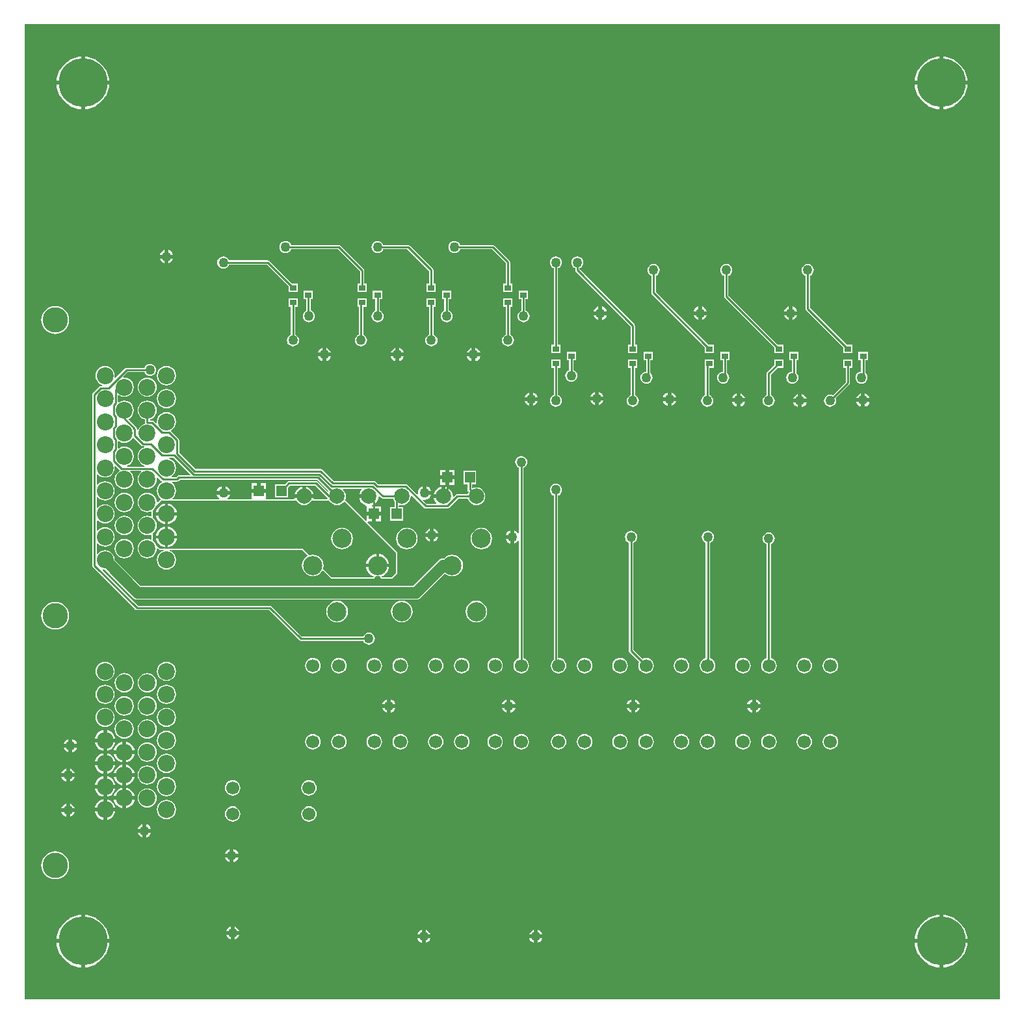
<source format=gbr>
%TF.GenerationSoftware,Altium Limited,Altium Designer,18.1.7 (191)*%
G04 Layer_Physical_Order=2*
G04 Layer_Color=16711680*
%FSLAX26Y26*%
%MOIN*%
%TF.FileFunction,Copper,L2,Bot,Signal*%
%TF.Part,Single*%
G01*
G75*
%TA.AperFunction,Conductor*%
%ADD18C,0.010000*%
%ADD19C,0.059055*%
%TA.AperFunction,ViaPad*%
%ADD20C,0.250000*%
%TA.AperFunction,ComponentPad*%
%ADD21C,0.086614*%
%ADD22C,0.129921*%
%ADD23C,0.098425*%
%ADD24C,0.078740*%
%ADD25C,0.066929*%
%TA.AperFunction,ViaPad*%
%ADD26C,0.050000*%
%TA.AperFunction,SMDPad,CuDef*%
%ADD27R,0.035433X0.031496*%
%ADD28R,0.053150X0.057087*%
G36*
X5000000D02*
X0D01*
Y5000000D01*
X5000000D01*
Y0D01*
D02*
G37*
%LPC*%
G36*
X4710000Y4834630D02*
Y4710000D01*
X4834630D01*
X4833750Y4721184D01*
X4828790Y4741846D01*
X4820658Y4761478D01*
X4809555Y4779596D01*
X4795755Y4795755D01*
X4779596Y4809555D01*
X4761478Y4820658D01*
X4741846Y4828790D01*
X4721184Y4833750D01*
X4710000Y4834630D01*
D02*
G37*
G36*
X4690000D02*
X4678816Y4833750D01*
X4658154Y4828790D01*
X4638522Y4820658D01*
X4620404Y4809555D01*
X4604245Y4795755D01*
X4590445Y4779596D01*
X4579342Y4761478D01*
X4571210Y4741846D01*
X4566250Y4721184D01*
X4565370Y4710000D01*
X4690000D01*
Y4834630D01*
D02*
G37*
G36*
X310000D02*
Y4710000D01*
X434630D01*
X433750Y4721184D01*
X428790Y4741846D01*
X420658Y4761478D01*
X409555Y4779596D01*
X395755Y4795755D01*
X379596Y4809555D01*
X361478Y4820658D01*
X341846Y4828790D01*
X321184Y4833750D01*
X310000Y4834630D01*
D02*
G37*
G36*
X290000D02*
X278816Y4833750D01*
X258154Y4828790D01*
X238522Y4820658D01*
X220404Y4809555D01*
X204245Y4795755D01*
X190445Y4779596D01*
X179342Y4761478D01*
X171210Y4741846D01*
X166250Y4721184D01*
X165370Y4710000D01*
X290000D01*
Y4834630D01*
D02*
G37*
G36*
X4834630Y4690000D02*
X4710000D01*
Y4565370D01*
X4721184Y4566250D01*
X4741846Y4571210D01*
X4761478Y4579342D01*
X4779596Y4590445D01*
X4795755Y4604245D01*
X4809555Y4620404D01*
X4820658Y4638522D01*
X4828790Y4658154D01*
X4833750Y4678816D01*
X4834630Y4690000D01*
D02*
G37*
G36*
X4690000D02*
X4565370D01*
X4566250Y4678816D01*
X4571210Y4658154D01*
X4579342Y4638522D01*
X4590445Y4620404D01*
X4604245Y4604245D01*
X4620404Y4590445D01*
X4638522Y4579342D01*
X4658154Y4571210D01*
X4678816Y4566250D01*
X4690000Y4565370D01*
Y4690000D01*
D02*
G37*
G36*
X434630D02*
X310000D01*
Y4565370D01*
X321184Y4566250D01*
X341846Y4571210D01*
X361478Y4579342D01*
X379596Y4590445D01*
X395755Y4604245D01*
X409555Y4620404D01*
X420658Y4638522D01*
X428790Y4658154D01*
X433750Y4678816D01*
X434630Y4690000D01*
D02*
G37*
G36*
X290000D02*
X165370D01*
X166250Y4678816D01*
X171210Y4658154D01*
X179342Y4638522D01*
X190445Y4620404D01*
X204245Y4604245D01*
X220404Y4590445D01*
X238522Y4579342D01*
X258154Y4571210D01*
X278816Y4566250D01*
X290000Y4565370D01*
Y4690000D01*
D02*
G37*
G36*
X738346Y3843549D02*
Y3819807D01*
X762088D01*
X758919Y3827458D01*
X753309Y3834770D01*
X745997Y3840380D01*
X738346Y3843549D01*
D02*
G37*
G36*
X718346D02*
X710695Y3840380D01*
X703384Y3834770D01*
X697774Y3827458D01*
X694605Y3819807D01*
X718346D01*
Y3843549D01*
D02*
G37*
G36*
X762088Y3799807D02*
X738346D01*
Y3776066D01*
X745997Y3779235D01*
X753309Y3784845D01*
X758919Y3792156D01*
X762088Y3799807D01*
D02*
G37*
G36*
X718346D02*
X694605D01*
X697774Y3792156D01*
X703384Y3784845D01*
X710695Y3779235D01*
X718346Y3776066D01*
Y3799807D01*
D02*
G37*
G36*
X2204724Y3889535D02*
X2196632Y3888470D01*
X2189091Y3885346D01*
X2182615Y3880377D01*
X2177646Y3873901D01*
X2174522Y3866360D01*
X2173457Y3858268D01*
X2174522Y3850175D01*
X2177646Y3842634D01*
X2182615Y3836158D01*
X2189091Y3831189D01*
X2196632Y3828066D01*
X2204724Y3827000D01*
X2212817Y3828066D01*
X2220358Y3831189D01*
X2226834Y3836158D01*
X2231803Y3842634D01*
X2233633Y3847052D01*
X2396929D01*
X2468175Y3775806D01*
Y3671354D01*
X2455674D01*
Y3627858D01*
X2503107D01*
Y3671354D01*
X2490606D01*
Y3780452D01*
X2489753Y3784744D01*
X2487321Y3788382D01*
X2487321Y3788383D01*
X2409505Y3866198D01*
X2405867Y3868630D01*
X2401575Y3869483D01*
X2401574Y3869483D01*
X2233633D01*
X2231803Y3873901D01*
X2226834Y3880377D01*
X2220358Y3885346D01*
X2212817Y3888470D01*
X2204724Y3889535D01*
D02*
G37*
G36*
X1811024D02*
X1802931Y3888470D01*
X1795390Y3885346D01*
X1788914Y3880377D01*
X1783945Y3873901D01*
X1780822Y3866360D01*
X1779756Y3858268D01*
X1780822Y3850175D01*
X1783945Y3842634D01*
X1788914Y3836158D01*
X1795390Y3831189D01*
X1802931Y3828066D01*
X1811024Y3827000D01*
X1819116Y3828066D01*
X1826657Y3831189D01*
X1833133Y3836158D01*
X1838102Y3842634D01*
X1839932Y3847052D01*
X1962934D01*
X2074474Y3735512D01*
Y3671354D01*
X2061974D01*
Y3627858D01*
X2109407D01*
Y3671354D01*
X2096905D01*
Y3740157D01*
X2096906Y3740157D01*
X2096052Y3744449D01*
X2093621Y3748088D01*
X2093620Y3748088D01*
X1975510Y3866198D01*
X1971872Y3868630D01*
X1967580Y3869483D01*
X1967579Y3869483D01*
X1839932D01*
X1838102Y3873901D01*
X1833133Y3880377D01*
X1826657Y3885346D01*
X1819116Y3888470D01*
X1811024Y3889535D01*
D02*
G37*
G36*
X1338583D02*
X1330490Y3888470D01*
X1322949Y3885346D01*
X1316473Y3880377D01*
X1311504Y3873901D01*
X1308381Y3866360D01*
X1307315Y3858268D01*
X1308381Y3850175D01*
X1311504Y3842634D01*
X1316473Y3836158D01*
X1322949Y3831189D01*
X1330490Y3828066D01*
X1338583Y3827000D01*
X1346675Y3828066D01*
X1354216Y3831189D01*
X1360692Y3836158D01*
X1365661Y3842634D01*
X1367491Y3847052D01*
X1607679D01*
X1720144Y3734588D01*
Y3671354D01*
X1707643D01*
Y3627858D01*
X1755076D01*
Y3671354D01*
X1742575D01*
Y3739233D01*
X1741721Y3743525D01*
X1739290Y3747164D01*
X1739290Y3747164D01*
X1620256Y3866198D01*
X1616617Y3868630D01*
X1612325Y3869483D01*
X1612325Y3869483D01*
X1367491D01*
X1365661Y3873901D01*
X1360692Y3880377D01*
X1354216Y3885346D01*
X1346675Y3888470D01*
X1338583Y3889535D01*
D02*
G37*
G36*
X1020023Y3810795D02*
X1011930Y3809730D01*
X1004389Y3806606D01*
X997913Y3801637D01*
X992944Y3795161D01*
X989821Y3787620D01*
X988755Y3779528D01*
X989821Y3771435D01*
X992944Y3763894D01*
X997913Y3757418D01*
X1004389Y3752449D01*
X1011930Y3749325D01*
X1020023Y3748260D01*
X1028115Y3749325D01*
X1035656Y3752449D01*
X1042132Y3757418D01*
X1047101Y3763894D01*
X1048931Y3768312D01*
X1242462D01*
X1353312Y3657462D01*
Y3627858D01*
X1400745D01*
Y3671354D01*
X1371142D01*
X1255038Y3787458D01*
X1251399Y3789889D01*
X1247107Y3790743D01*
X1247107Y3790743D01*
X1048931D01*
X1047101Y3795161D01*
X1042132Y3801637D01*
X1035656Y3806606D01*
X1028115Y3809730D01*
X1020023Y3810795D01*
D02*
G37*
G36*
X3938915Y3553312D02*
Y3529571D01*
X3962657D01*
X3959488Y3537222D01*
X3953878Y3544533D01*
X3946566Y3550143D01*
X3938915Y3553312D01*
D02*
G37*
G36*
X3918915D02*
X3911264Y3550143D01*
X3903953Y3544533D01*
X3898343Y3537222D01*
X3895174Y3529571D01*
X3918915D01*
Y3553312D01*
D02*
G37*
G36*
X3474567D02*
Y3529571D01*
X3498309D01*
X3495139Y3537222D01*
X3489529Y3544533D01*
X3482218Y3550143D01*
X3474567Y3553312D01*
D02*
G37*
G36*
X3454567D02*
X3446916Y3550143D01*
X3439605Y3544533D01*
X3433995Y3537222D01*
X3430825Y3529571D01*
X3454567D01*
Y3553312D01*
D02*
G37*
G36*
X2962756D02*
Y3529571D01*
X2986497D01*
X2983328Y3537222D01*
X2977718Y3544533D01*
X2970407Y3550143D01*
X2962756Y3553312D01*
D02*
G37*
G36*
X2942756D02*
X2935105Y3550143D01*
X2927794Y3544533D01*
X2922184Y3537222D01*
X2919014Y3529571D01*
X2942756D01*
Y3553312D01*
D02*
G37*
G36*
X3962657Y3509571D02*
X3938915D01*
Y3485829D01*
X3946566Y3488998D01*
X3953878Y3494608D01*
X3959488Y3501920D01*
X3962657Y3509571D01*
D02*
G37*
G36*
X3918915D02*
X3895174D01*
X3898343Y3501920D01*
X3903953Y3494608D01*
X3911264Y3488998D01*
X3918915Y3485829D01*
Y3509571D01*
D02*
G37*
G36*
X3498309D02*
X3474567D01*
Y3485829D01*
X3482218Y3488998D01*
X3489529Y3494608D01*
X3495139Y3501920D01*
X3498309Y3509571D01*
D02*
G37*
G36*
X3454567D02*
X3430825D01*
X3433995Y3501920D01*
X3439605Y3494608D01*
X3446916Y3488998D01*
X3454567Y3485829D01*
Y3509571D01*
D02*
G37*
G36*
X2986497D02*
X2962756D01*
Y3485829D01*
X2970407Y3488998D01*
X2977718Y3494608D01*
X2983328Y3501920D01*
X2986497Y3509571D01*
D02*
G37*
G36*
X2942756D02*
X2919014D01*
X2922184Y3501920D01*
X2927794Y3494608D01*
X2935105Y3488998D01*
X2942756Y3485829D01*
Y3509571D01*
D02*
G37*
G36*
X2581847Y3633953D02*
X2534414D01*
Y3590457D01*
X2546916D01*
Y3532463D01*
X2543421Y3531015D01*
X2536946Y3526046D01*
X2531977Y3519571D01*
X2528853Y3512030D01*
X2527788Y3503937D01*
X2528853Y3495844D01*
X2531977Y3488303D01*
X2536946Y3481827D01*
X2543421Y3476859D01*
X2550963Y3473735D01*
X2559055Y3472669D01*
X2567148Y3473735D01*
X2574689Y3476859D01*
X2581165Y3481827D01*
X2586134Y3488303D01*
X2589257Y3495844D01*
X2590323Y3503937D01*
X2589257Y3512030D01*
X2586134Y3519571D01*
X2581165Y3526046D01*
X2574689Y3531015D01*
X2569347Y3533228D01*
Y3590457D01*
X2581847D01*
Y3633953D01*
D02*
G37*
G36*
X2188147D02*
X2140714D01*
Y3590457D01*
X2153215D01*
Y3532463D01*
X2149721Y3531015D01*
X2143245Y3526046D01*
X2138276Y3519571D01*
X2135152Y3512030D01*
X2134087Y3503937D01*
X2135152Y3495844D01*
X2138276Y3488303D01*
X2143245Y3481827D01*
X2149721Y3476859D01*
X2157262Y3473735D01*
X2165354Y3472669D01*
X2173447Y3473735D01*
X2180988Y3476859D01*
X2187464Y3481827D01*
X2192433Y3488303D01*
X2195557Y3495844D01*
X2196622Y3503937D01*
X2195557Y3512030D01*
X2192433Y3519571D01*
X2187464Y3526046D01*
X2180988Y3531015D01*
X2175646Y3533228D01*
Y3590457D01*
X2188147D01*
Y3633953D01*
D02*
G37*
G36*
X1833816D02*
X1786383D01*
Y3590457D01*
X1798884D01*
Y3532463D01*
X1795390Y3531015D01*
X1788914Y3526046D01*
X1783945Y3519571D01*
X1780822Y3512030D01*
X1779756Y3503937D01*
X1780822Y3495844D01*
X1783945Y3488303D01*
X1788914Y3481827D01*
X1795390Y3476859D01*
X1802931Y3473735D01*
X1811024Y3472669D01*
X1819116Y3473735D01*
X1826657Y3476859D01*
X1833133Y3481827D01*
X1838102Y3488303D01*
X1841226Y3495844D01*
X1842291Y3503937D01*
X1841226Y3512030D01*
X1838102Y3519571D01*
X1833133Y3526046D01*
X1826657Y3531015D01*
X1821315Y3533228D01*
Y3590457D01*
X1833816D01*
Y3633953D01*
D02*
G37*
G36*
X1479485D02*
X1432052D01*
Y3590457D01*
X1444553D01*
Y3531713D01*
X1442870Y3531015D01*
X1436395Y3526046D01*
X1431426Y3519571D01*
X1428302Y3512030D01*
X1427236Y3503937D01*
X1428302Y3495844D01*
X1431426Y3488303D01*
X1436395Y3481827D01*
X1442870Y3476859D01*
X1450411Y3473735D01*
X1458504Y3472669D01*
X1466597Y3473735D01*
X1474138Y3476859D01*
X1480613Y3481827D01*
X1485582Y3488303D01*
X1488706Y3495844D01*
X1489772Y3503937D01*
X1488706Y3512030D01*
X1485582Y3519571D01*
X1480613Y3526046D01*
X1474138Y3531015D01*
X1466984Y3533979D01*
Y3590457D01*
X1479485D01*
Y3633953D01*
D02*
G37*
G36*
X157480Y3555556D02*
X143570Y3554186D01*
X130194Y3550128D01*
X117866Y3543539D01*
X107061Y3534671D01*
X98193Y3523866D01*
X91604Y3511539D01*
X87546Y3498163D01*
X86176Y3484252D01*
X87546Y3470341D01*
X91604Y3456965D01*
X98193Y3444638D01*
X107061Y3433832D01*
X117866Y3424965D01*
X130194Y3418376D01*
X143570Y3414318D01*
X157480Y3412948D01*
X171391Y3414318D01*
X184767Y3418376D01*
X197095Y3424965D01*
X207900Y3433832D01*
X216767Y3444638D01*
X223357Y3456965D01*
X227414Y3470341D01*
X228784Y3484252D01*
X227414Y3498163D01*
X223357Y3511539D01*
X216767Y3523866D01*
X207900Y3534671D01*
X197095Y3543539D01*
X184767Y3550128D01*
X171391Y3554186D01*
X157480Y3555556D01*
D02*
G37*
G36*
X2503107Y3596551D02*
X2455674D01*
Y3553055D01*
X2468175D01*
Y3409814D01*
X2463757Y3407984D01*
X2457282Y3403015D01*
X2452313Y3396539D01*
X2449189Y3388998D01*
X2448124Y3380905D01*
X2449189Y3372813D01*
X2452313Y3365272D01*
X2457282Y3358796D01*
X2463757Y3353827D01*
X2471298Y3350703D01*
X2479391Y3349638D01*
X2487484Y3350703D01*
X2495025Y3353827D01*
X2501501Y3358796D01*
X2506469Y3365272D01*
X2509593Y3372813D01*
X2510659Y3380905D01*
X2509593Y3388998D01*
X2506469Y3396539D01*
X2501501Y3403015D01*
X2495025Y3407984D01*
X2490606Y3409814D01*
Y3553055D01*
X2503107D01*
Y3596551D01*
D02*
G37*
G36*
X2109407D02*
X2061974D01*
Y3553055D01*
X2075399D01*
Y3409814D01*
X2070980Y3407984D01*
X2064505Y3403015D01*
X2059536Y3396539D01*
X2056412Y3388998D01*
X2055347Y3380905D01*
X2056412Y3372813D01*
X2059536Y3365272D01*
X2064505Y3358796D01*
X2070980Y3353827D01*
X2078522Y3350703D01*
X2086614Y3349638D01*
X2094707Y3350703D01*
X2102248Y3353827D01*
X2108724Y3358796D01*
X2113693Y3365272D01*
X2116816Y3372813D01*
X2117882Y3380905D01*
X2116816Y3388998D01*
X2113693Y3396539D01*
X2108724Y3403015D01*
X2102248Y3407984D01*
X2097830Y3409814D01*
Y3553055D01*
X2109407D01*
Y3596551D01*
D02*
G37*
G36*
X1755076D02*
X1707643D01*
Y3553055D01*
X1714238D01*
Y3409814D01*
X1709820Y3407984D01*
X1703344Y3403015D01*
X1698376Y3396539D01*
X1695252Y3388998D01*
X1694187Y3380905D01*
X1695252Y3372813D01*
X1698376Y3365272D01*
X1703344Y3358796D01*
X1709820Y3353827D01*
X1717361Y3350703D01*
X1725454Y3349638D01*
X1733547Y3350703D01*
X1741088Y3353827D01*
X1747563Y3358796D01*
X1752532Y3365272D01*
X1755656Y3372813D01*
X1756722Y3380905D01*
X1755656Y3388998D01*
X1752532Y3396539D01*
X1747563Y3403015D01*
X1741088Y3407984D01*
X1736669Y3409814D01*
Y3553055D01*
X1755076D01*
Y3596551D01*
D02*
G37*
G36*
X1400745D02*
X1353312D01*
Y3553055D01*
X1365813D01*
Y3409814D01*
X1361395Y3407984D01*
X1354919Y3403015D01*
X1349950Y3396539D01*
X1346827Y3388998D01*
X1345761Y3380905D01*
X1346827Y3372813D01*
X1349950Y3365272D01*
X1354919Y3358796D01*
X1361395Y3353827D01*
X1368936Y3350703D01*
X1377029Y3349638D01*
X1385121Y3350703D01*
X1392663Y3353827D01*
X1399138Y3358796D01*
X1404107Y3365272D01*
X1407231Y3372813D01*
X1408296Y3380905D01*
X1407231Y3388998D01*
X1404107Y3396539D01*
X1399138Y3403015D01*
X1392663Y3407984D01*
X1388244Y3409814D01*
Y3553055D01*
X1400745D01*
Y3596551D01*
D02*
G37*
G36*
X2313150Y3340828D02*
Y3317087D01*
X2336891D01*
X2333722Y3324738D01*
X2328112Y3332049D01*
X2320801Y3337659D01*
X2313150Y3340828D01*
D02*
G37*
G36*
X2293150D02*
X2285499Y3337659D01*
X2278187Y3332049D01*
X2272577Y3324738D01*
X2269408Y3317087D01*
X2293150D01*
Y3340828D01*
D02*
G37*
G36*
X1921845D02*
Y3317087D01*
X1945586D01*
X1942417Y3324738D01*
X1936807Y3332049D01*
X1929496Y3337659D01*
X1921845Y3340828D01*
D02*
G37*
G36*
X1901845D02*
X1894194Y3337659D01*
X1886883Y3332049D01*
X1881273Y3324738D01*
X1878103Y3317087D01*
X1901845D01*
Y3340828D01*
D02*
G37*
G36*
X1547855D02*
Y3317087D01*
X1571597D01*
X1568428Y3324738D01*
X1562818Y3332049D01*
X1555506Y3337659D01*
X1547855Y3340828D01*
D02*
G37*
G36*
X1527855D02*
X1520205Y3337659D01*
X1512893Y3332049D01*
X1507283Y3324738D01*
X1504114Y3317087D01*
X1527855D01*
Y3340828D01*
D02*
G37*
G36*
X4015748Y3771425D02*
X4007655Y3770360D01*
X4000114Y3767236D01*
X3993639Y3762267D01*
X3988670Y3755791D01*
X3985546Y3748250D01*
X3984481Y3740157D01*
X3985546Y3732065D01*
X3988670Y3724524D01*
X3993639Y3718048D01*
X4000114Y3713079D01*
X4004533Y3711249D01*
Y3542027D01*
X4004532Y3542027D01*
X4005386Y3537735D01*
X4007818Y3534096D01*
X4197777Y3344136D01*
Y3314533D01*
X4245210D01*
Y3358029D01*
X4215607D01*
X4026964Y3546672D01*
Y3711249D01*
X4031382Y3713079D01*
X4037858Y3718048D01*
X4042827Y3724524D01*
X4045950Y3732065D01*
X4047016Y3740157D01*
X4045950Y3748250D01*
X4042827Y3755791D01*
X4037858Y3762267D01*
X4031382Y3767236D01*
X4023841Y3770360D01*
X4015748Y3771425D01*
D02*
G37*
G36*
X3598673D02*
X3590580Y3770360D01*
X3583039Y3767236D01*
X3576563Y3762267D01*
X3571594Y3755791D01*
X3568470Y3748250D01*
X3567405Y3740157D01*
X3568470Y3732065D01*
X3571594Y3724524D01*
X3576563Y3718048D01*
X3583039Y3713079D01*
X3587457Y3711249D01*
Y3604772D01*
X3587457Y3604771D01*
X3588311Y3600479D01*
X3590742Y3596841D01*
X3843447Y3344136D01*
Y3314533D01*
X3890880D01*
Y3358029D01*
X3861276D01*
X3609888Y3609417D01*
Y3711249D01*
X3614306Y3713079D01*
X3620782Y3718048D01*
X3625751Y3724524D01*
X3628875Y3732065D01*
X3629940Y3740157D01*
X3628875Y3748250D01*
X3625751Y3755791D01*
X3620782Y3762267D01*
X3614306Y3767236D01*
X3606765Y3770360D01*
X3598673Y3771425D01*
D02*
G37*
G36*
X3225551D02*
X3217459Y3770360D01*
X3209917Y3767236D01*
X3203442Y3762267D01*
X3198473Y3755791D01*
X3195349Y3748250D01*
X3194284Y3740157D01*
X3195349Y3732065D01*
X3198473Y3724524D01*
X3203442Y3718048D01*
X3209917Y3713079D01*
X3214336Y3711249D01*
Y3623563D01*
X3214336Y3623562D01*
X3215189Y3619270D01*
X3217621Y3615632D01*
X3489116Y3344136D01*
Y3314533D01*
X3536549D01*
Y3358029D01*
X3506946D01*
X3236767Y3628208D01*
Y3711249D01*
X3241185Y3713079D01*
X3247661Y3718048D01*
X3252630Y3724524D01*
X3255753Y3732065D01*
X3256819Y3740157D01*
X3255753Y3748250D01*
X3252630Y3755791D01*
X3247661Y3762267D01*
X3241185Y3767236D01*
X3233644Y3770360D01*
X3225551Y3771425D01*
D02*
G37*
G36*
X2834646Y3810795D02*
X2826553Y3809730D01*
X2819012Y3806606D01*
X2812536Y3801637D01*
X2807567Y3795161D01*
X2804444Y3787620D01*
X2803378Y3779528D01*
X2804444Y3771435D01*
X2807567Y3763894D01*
X2812536Y3757418D01*
X2819012Y3752449D01*
X2823430Y3750619D01*
Y3740158D01*
X2823430Y3740157D01*
X2824284Y3735865D01*
X2826715Y3732227D01*
X3107916Y3451026D01*
Y3358029D01*
X3095415D01*
Y3314533D01*
X3142848D01*
Y3358029D01*
X3130347D01*
Y3455671D01*
X3130347Y3455671D01*
X3129494Y3459963D01*
X3127062Y3463602D01*
X3127062Y3463602D01*
X2845861Y3744803D01*
Y3750619D01*
X2850279Y3752449D01*
X2856755Y3757418D01*
X2861724Y3763894D01*
X2864848Y3771435D01*
X2865913Y3779528D01*
X2864848Y3787620D01*
X2861724Y3795161D01*
X2856755Y3801637D01*
X2850279Y3806606D01*
X2842738Y3809730D01*
X2834646Y3810795D01*
D02*
G37*
G36*
X2724683D02*
X2716590Y3809730D01*
X2709049Y3806606D01*
X2702573Y3801637D01*
X2697604Y3795161D01*
X2694481Y3787620D01*
X2693415Y3779528D01*
X2694481Y3771435D01*
X2697604Y3763894D01*
X2702573Y3757418D01*
X2709049Y3752449D01*
X2713467Y3750619D01*
Y3358029D01*
X2701714D01*
Y3314533D01*
X2749147D01*
Y3358029D01*
X2735898D01*
Y3750619D01*
X2740317Y3752449D01*
X2746792Y3757418D01*
X2751761Y3763894D01*
X2754885Y3771435D01*
X2755950Y3779528D01*
X2754885Y3787620D01*
X2751761Y3795161D01*
X2746792Y3801637D01*
X2740317Y3806606D01*
X2732776Y3809730D01*
X2724683Y3810795D01*
D02*
G37*
G36*
X2336891Y3297087D02*
X2313150D01*
Y3273345D01*
X2320801Y3276514D01*
X2328112Y3282124D01*
X2333722Y3289436D01*
X2336891Y3297087D01*
D02*
G37*
G36*
X2293150D02*
X2269408D01*
X2272577Y3289436D01*
X2278187Y3282124D01*
X2285499Y3276514D01*
X2293150Y3273345D01*
Y3297087D01*
D02*
G37*
G36*
X1945586D02*
X1921845D01*
Y3273345D01*
X1929496Y3276514D01*
X1936807Y3282124D01*
X1942417Y3289436D01*
X1945586Y3297087D01*
D02*
G37*
G36*
X1901845D02*
X1878103D01*
X1881273Y3289436D01*
X1886883Y3282124D01*
X1894194Y3276514D01*
X1901845Y3273345D01*
Y3297087D01*
D02*
G37*
G36*
X1571597D02*
X1547855D01*
Y3273345D01*
X1555506Y3276514D01*
X1562818Y3282124D01*
X1568428Y3289436D01*
X1571597Y3297087D01*
D02*
G37*
G36*
X1527855D02*
X1504114D01*
X1507283Y3289436D01*
X1512893Y3282124D01*
X1520205Y3276514D01*
X1527855Y3273345D01*
Y3297087D01*
D02*
G37*
G36*
X643837Y3259614D02*
X635745Y3258548D01*
X628203Y3255425D01*
X621728Y3250456D01*
X616759Y3243980D01*
X614929Y3239562D01*
X523592D01*
X519300Y3238708D01*
X515661Y3236277D01*
X515661Y3236277D01*
X466639Y3187255D01*
X461903Y3189590D01*
X463118Y3198819D01*
X461424Y3211691D01*
X456455Y3223685D01*
X448552Y3233985D01*
X438252Y3241889D01*
X426257Y3246857D01*
X413386Y3248551D01*
X400514Y3246857D01*
X388519Y3241889D01*
X378219Y3233985D01*
X370316Y3223685D01*
X365348Y3211691D01*
X363653Y3198819D01*
X365348Y3185947D01*
X370316Y3173952D01*
X378219Y3163653D01*
X388519Y3155749D01*
X399427Y3151231D01*
X398432Y3146231D01*
X390891D01*
X386599Y3145378D01*
X382961Y3142946D01*
X382960Y3142946D01*
X351148Y3111134D01*
X348717Y3107495D01*
X347863Y3103203D01*
X347863Y3103203D01*
Y2226348D01*
X347863Y2226348D01*
X348717Y2222056D01*
X351148Y2218417D01*
X569622Y1999944D01*
X569622Y1999943D01*
X573260Y1997512D01*
X577552Y1996658D01*
X577553Y1996659D01*
X1255197D01*
X1409392Y1842463D01*
X1409392Y1842463D01*
X1413031Y1840032D01*
X1417323Y1839178D01*
X1417323Y1839178D01*
X1736840D01*
X1738670Y1834760D01*
X1743639Y1828284D01*
X1750114Y1823315D01*
X1757656Y1820192D01*
X1765748Y1819126D01*
X1773841Y1820192D01*
X1781382Y1823315D01*
X1787858Y1828284D01*
X1792826Y1834760D01*
X1795950Y1842301D01*
X1797016Y1850394D01*
X1795950Y1858486D01*
X1792826Y1866027D01*
X1787858Y1872503D01*
X1781382Y1877472D01*
X1773841Y1880596D01*
X1765748Y1881661D01*
X1757656Y1880596D01*
X1750114Y1877472D01*
X1743639Y1872503D01*
X1738670Y1866027D01*
X1736840Y1861609D01*
X1421968D01*
X1267773Y2015805D01*
X1264134Y2018236D01*
X1259842Y2019090D01*
X1259842Y2019090D01*
X582198D01*
X400419Y2200868D01*
X402755Y2205604D01*
X412298Y2204347D01*
X555370Y2061276D01*
X562792Y2055581D01*
X571434Y2052001D01*
X580709Y2050780D01*
X2007874D01*
X2017149Y2052001D01*
X2025791Y2055581D01*
X2033213Y2061276D01*
X2156524Y2184587D01*
X2165347Y2177817D01*
X2178778Y2172253D01*
X2193192Y2170356D01*
X2207605Y2172253D01*
X2221036Y2177817D01*
X2232570Y2186667D01*
X2241420Y2198200D01*
X2246983Y2211631D01*
X2248881Y2226045D01*
X2246983Y2240458D01*
X2241420Y2253889D01*
X2232570Y2265423D01*
X2221036Y2274273D01*
X2207605Y2279836D01*
X2193192Y2281734D01*
X2178778Y2279836D01*
X2165347Y2274273D01*
X2153814Y2265423D01*
X2150747Y2261426D01*
X2147305Y2261879D01*
X2138030Y2260658D01*
X2129388Y2257078D01*
X2121966Y2251383D01*
X1993031Y2122448D01*
X595552D01*
X462975Y2255024D01*
X461424Y2266809D01*
X456455Y2278803D01*
X448552Y2289103D01*
X438252Y2297007D01*
X426257Y2301975D01*
X413386Y2303669D01*
X400514Y2301975D01*
X388519Y2297007D01*
X378219Y2289103D01*
X375294Y2285291D01*
X370294Y2286988D01*
Y2338996D01*
X375294Y2340693D01*
X378219Y2336881D01*
X388519Y2328977D01*
X400514Y2324009D01*
X413386Y2322315D01*
X426257Y2324009D01*
X438252Y2328977D01*
X448552Y2336881D01*
X456455Y2347181D01*
X461424Y2359175D01*
X463118Y2372047D01*
X461424Y2384919D01*
X456455Y2396914D01*
X448552Y2407213D01*
X438252Y2415117D01*
X426257Y2420085D01*
X413386Y2421780D01*
X400514Y2420085D01*
X388519Y2415117D01*
X378219Y2407213D01*
X375294Y2403401D01*
X370294Y2405099D01*
Y2457106D01*
X375294Y2458803D01*
X378219Y2454991D01*
X388519Y2447088D01*
X400514Y2442119D01*
X413386Y2440425D01*
X426257Y2442119D01*
X438252Y2447088D01*
X448552Y2454991D01*
X456455Y2465291D01*
X461424Y2477286D01*
X463118Y2490157D01*
X461424Y2503029D01*
X456455Y2515024D01*
X448552Y2525324D01*
X438252Y2533227D01*
X426257Y2538195D01*
X413386Y2539890D01*
X400514Y2538195D01*
X388519Y2533227D01*
X378219Y2525324D01*
X375294Y2521511D01*
X370294Y2523209D01*
Y2575216D01*
X375294Y2576914D01*
X378219Y2573101D01*
X388519Y2565198D01*
X400514Y2560230D01*
X413386Y2558535D01*
X426257Y2560230D01*
X438252Y2565198D01*
X448552Y2573101D01*
X456455Y2583401D01*
X461424Y2595396D01*
X463118Y2608268D01*
X461424Y2621139D01*
X456455Y2633134D01*
X448552Y2643434D01*
X438252Y2651337D01*
X426257Y2656306D01*
X413386Y2658000D01*
X400514Y2656306D01*
X388519Y2651337D01*
X378219Y2643434D01*
X375294Y2639622D01*
X370294Y2641319D01*
Y2693327D01*
X375294Y2695024D01*
X378219Y2691212D01*
X388519Y2683308D01*
X400514Y2678340D01*
X413386Y2676645D01*
X426257Y2678340D01*
X438252Y2683308D01*
X448552Y2691212D01*
X456455Y2701512D01*
X461424Y2713506D01*
X463118Y2726378D01*
X461903Y2735606D01*
X466639Y2737942D01*
X488240Y2716341D01*
X487067Y2710443D01*
X486945Y2710392D01*
X476645Y2702489D01*
X468741Y2692189D01*
X463773Y2680195D01*
X462078Y2667323D01*
X463773Y2654451D01*
X468741Y2642456D01*
X476645Y2632157D01*
X486945Y2624253D01*
X498939Y2619285D01*
X511811Y2617590D01*
X524683Y2619285D01*
X536677Y2624253D01*
X546977Y2632157D01*
X554881Y2642456D01*
X559849Y2654451D01*
X561544Y2667323D01*
X559849Y2680195D01*
X554881Y2692189D01*
X546977Y2702489D01*
X543165Y2705414D01*
X544862Y2710414D01*
X596870D01*
X598567Y2705414D01*
X594755Y2702489D01*
X586851Y2692189D01*
X581883Y2680195D01*
X580189Y2667323D01*
X581883Y2654451D01*
X586851Y2642456D01*
X594755Y2632157D01*
X605055Y2624253D01*
X617049Y2619285D01*
X629921Y2617590D01*
X642793Y2619285D01*
X654788Y2624253D01*
X665087Y2632157D01*
X672991Y2642456D01*
X677959Y2654451D01*
X679654Y2667323D01*
X678439Y2676551D01*
X683174Y2678887D01*
X702669Y2659392D01*
X702669Y2659392D01*
X705421Y2657553D01*
X705724Y2654169D01*
X705288Y2652086D01*
X703480Y2651337D01*
X693180Y2643434D01*
X685277Y2633134D01*
X680308Y2621139D01*
X678614Y2608268D01*
X680308Y2595396D01*
X685277Y2583401D01*
X693180Y2573101D01*
X697895Y2569484D01*
X697141Y2563759D01*
X696871Y2563647D01*
X684434Y2551211D01*
X679155Y2553003D01*
X677959Y2562084D01*
X672991Y2574079D01*
X665087Y2584379D01*
X654788Y2592282D01*
X642793Y2597251D01*
X629921Y2598945D01*
X617049Y2597251D01*
X605055Y2592282D01*
X594755Y2584379D01*
X586851Y2574079D01*
X581883Y2562084D01*
X580189Y2549213D01*
X581883Y2536341D01*
X586851Y2524346D01*
X594755Y2514046D01*
X605055Y2506143D01*
X617049Y2501175D01*
X629921Y2499480D01*
X642793Y2501175D01*
X648435Y2503512D01*
X652593Y2500734D01*
Y2479581D01*
X648435Y2476803D01*
X642793Y2479140D01*
X629921Y2480835D01*
X617049Y2479140D01*
X605055Y2474172D01*
X594755Y2466269D01*
X586851Y2455969D01*
X581883Y2443974D01*
X580189Y2431102D01*
X581883Y2418231D01*
X586851Y2406236D01*
X594755Y2395936D01*
X605055Y2388033D01*
X617049Y2383064D01*
X629921Y2381370D01*
X642793Y2383064D01*
X648435Y2385401D01*
X652593Y2382624D01*
Y2361471D01*
X648435Y2358693D01*
X642793Y2361030D01*
X629921Y2362725D01*
X617049Y2361030D01*
X605055Y2356062D01*
X594755Y2348158D01*
X586851Y2337858D01*
X581883Y2325864D01*
X580189Y2312992D01*
X581883Y2300120D01*
X586851Y2288126D01*
X594755Y2277826D01*
X605055Y2269922D01*
X617049Y2264954D01*
X629921Y2263260D01*
X642793Y2264954D01*
X654788Y2269922D01*
X665087Y2277826D01*
X672991Y2288126D01*
X677959Y2300120D01*
X679568Y2312340D01*
X683606Y2314941D01*
X683895Y2315084D01*
X690579Y2308400D01*
X695171Y2306498D01*
X713328D01*
X714323Y2301498D01*
X703480Y2297007D01*
X693180Y2289103D01*
X685277Y2278803D01*
X680308Y2266809D01*
X678614Y2253937D01*
X680308Y2241065D01*
X685277Y2229071D01*
X693180Y2218771D01*
X703480Y2210867D01*
X715475Y2205899D01*
X728346Y2204204D01*
X741218Y2205899D01*
X753213Y2210867D01*
X763513Y2218771D01*
X771416Y2229071D01*
X776384Y2241065D01*
X778079Y2253937D01*
X776384Y2266809D01*
X771416Y2278803D01*
X763513Y2289103D01*
X753213Y2297007D01*
X742370Y2301498D01*
X743365Y2306498D01*
X1424475Y2306498D01*
X1451849Y2279124D01*
X1450230Y2273672D01*
X1439479Y2265423D01*
X1430629Y2253889D01*
X1425066Y2240458D01*
X1423168Y2226045D01*
X1425066Y2211631D01*
X1430629Y2198200D01*
X1439479Y2186667D01*
X1451013Y2177817D01*
X1464444Y2172253D01*
X1478857Y2170356D01*
X1493271Y2172253D01*
X1506702Y2177817D01*
X1518235Y2186667D01*
X1526485Y2197417D01*
X1531937Y2199036D01*
X1570211Y2160762D01*
X1574803Y2158860D01*
X1789888Y2158860D01*
X1791776Y2159642D01*
X1793757Y2160138D01*
X1794016Y2160570D01*
X1794480Y2160762D01*
X1795262Y2162649D01*
X1796312Y2164401D01*
X1796792Y2167634D01*
X1797054Y2169401D01*
X1801661Y2171589D01*
X1811024Y2170356D01*
X1820387Y2171589D01*
X1824993Y2169401D01*
X1825256Y2167634D01*
X1825735Y2164401D01*
X1826785Y2162649D01*
X1827567Y2160762D01*
X1828032Y2160570D01*
X1828291Y2160138D01*
X1830272Y2159642D01*
X1832159Y2158860D01*
X1883837D01*
X1888429Y2160762D01*
X1910349Y2182682D01*
X1912251Y2187274D01*
Y2290761D01*
X1910349Y2295353D01*
X1759088Y2446614D01*
X1761159Y2451614D01*
X1782323D01*
Y2480157D01*
X1755748D01*
Y2457025D01*
X1750748Y2454954D01*
X1648266Y2557436D01*
X1648056Y2557523D01*
X1647955Y2557727D01*
X1644848Y2562938D01*
X1645181Y2563958D01*
X1647075Y2568532D01*
X1648634Y2580376D01*
X1647075Y2592220D01*
X1642504Y2603256D01*
X1635231Y2612734D01*
X1632544Y2614796D01*
X1634152Y2619530D01*
X1728128D01*
X1729726Y2614530D01*
X1722623Y2605274D01*
X1717649Y2593264D01*
X1717269Y2590376D01*
X1765748D01*
Y2570376D01*
X1717268D01*
X1717649Y2567487D01*
X1722623Y2555477D01*
X1730537Y2545164D01*
X1740850Y2537251D01*
X1751517Y2532832D01*
X1755027Y2529541D01*
X1755748Y2526853D01*
X1755748Y2523841D01*
Y2500157D01*
X1792323D01*
X1828898D01*
Y2528701D01*
X1783070D01*
X1782075Y2533701D01*
X1790646Y2537251D01*
X1800959Y2545164D01*
X1808873Y2555477D01*
X1813847Y2567487D01*
X1815370Y2579055D01*
X1820036Y2581461D01*
X1829051Y2572445D01*
X1829052Y2572445D01*
X1832690Y2570014D01*
X1836982Y2569160D01*
X1836983Y2569160D01*
X1890754D01*
X1890837Y2568532D01*
X1895409Y2557495D01*
X1897454Y2554830D01*
X1897249Y2553801D01*
X1897249Y2553800D01*
Y2524701D01*
X1875890D01*
Y2455614D01*
X1941039D01*
Y2524701D01*
X1919680D01*
Y2532869D01*
X1924680Y2535978D01*
X1935039Y2534614D01*
X1946883Y2536173D01*
X1957920Y2540745D01*
X1967398Y2548017D01*
X1974670Y2557495D01*
X1979242Y2568532D01*
X1980801Y2580376D01*
X1980359Y2583733D01*
X1984843Y2585944D01*
X2048713Y2522075D01*
X2048713Y2522075D01*
X2052352Y2519644D01*
X2056644Y2518790D01*
X2056644Y2518790D01*
X2168780D01*
X2168780Y2518790D01*
X2173072Y2519644D01*
X2176711Y2522075D01*
X2223796Y2569160D01*
X2272923D01*
X2273005Y2568532D01*
X2277577Y2557495D01*
X2284849Y2548017D01*
X2294327Y2540745D01*
X2305363Y2536173D01*
X2317207Y2534614D01*
X2329052Y2536173D01*
X2340088Y2540745D01*
X2349566Y2548017D01*
X2356838Y2557495D01*
X2361410Y2568532D01*
X2362969Y2580376D01*
X2361410Y2592220D01*
X2356838Y2603256D01*
X2349566Y2612734D01*
X2340088Y2620006D01*
X2329052Y2624578D01*
X2317207Y2626137D01*
X2305363Y2624578D01*
X2298838Y2621875D01*
X2294680Y2624653D01*
Y2642622D01*
X2316039D01*
Y2711709D01*
X2250890D01*
Y2642622D01*
X2272249D01*
Y2614119D01*
X2272249Y2614119D01*
X2273103Y2609827D01*
X2275534Y2606188D01*
X2277963Y2603759D01*
X2277577Y2603256D01*
X2273005Y2592220D01*
X2272923Y2591591D01*
X2219151D01*
X2219150Y2591591D01*
X2214858Y2590737D01*
X2211220Y2588306D01*
X2211219Y2588306D01*
X2202204Y2579290D01*
X2197538Y2581696D01*
X2196015Y2593264D01*
X2191041Y2605274D01*
X2183127Y2615587D01*
X2172814Y2623500D01*
X2160804Y2628475D01*
X2157916Y2628855D01*
Y2580376D01*
X2147916D01*
Y2570376D01*
X2099437D01*
X2099817Y2567487D01*
X2104791Y2555478D01*
X2111894Y2546221D01*
X2110296Y2541221D01*
X2061289D01*
X2043229Y2559281D01*
X2045564Y2564017D01*
X2052352Y2563123D01*
X2061488Y2564326D01*
X2070003Y2567853D01*
X2077314Y2573463D01*
X2082924Y2580774D01*
X2086093Y2588425D01*
X2052352D01*
Y2598425D01*
X2042351D01*
Y2632167D01*
X2034700Y2628998D01*
X2027389Y2623387D01*
X2021779Y2616076D01*
X2018252Y2607562D01*
X2017050Y2598425D01*
X2017943Y2591638D01*
X2013207Y2589303D01*
X1963834Y2638676D01*
X1960195Y2641108D01*
X1955903Y2641961D01*
X1955903Y2641961D01*
X1813885D01*
X1801170Y2654676D01*
X1797531Y2657108D01*
X1793239Y2657961D01*
X1793239Y2657961D01*
X1586403D01*
X1527269Y2717096D01*
X1523630Y2719527D01*
X1519338Y2720381D01*
X1519338Y2720381D01*
X877918D01*
X793869Y2804430D01*
Y2866983D01*
X793015Y2871275D01*
X790584Y2874913D01*
X790584Y2874914D01*
X751917Y2913580D01*
X753091Y2919478D01*
X753213Y2919529D01*
X763513Y2927432D01*
X771416Y2937732D01*
X776384Y2949727D01*
X778079Y2962598D01*
X776384Y2975470D01*
X771416Y2987465D01*
X763513Y2997765D01*
X753213Y3005668D01*
X741218Y3010636D01*
X728346Y3012331D01*
X715475Y3010636D01*
X703480Y3005668D01*
X693180Y2997765D01*
X685277Y2987465D01*
X680308Y2975470D01*
X678614Y2962598D01*
X679241Y2957834D01*
X674505Y2955499D01*
X664223Y2965781D01*
X660585Y2968212D01*
X656293Y2969066D01*
X656292Y2969066D01*
X644875D01*
X643880Y2974066D01*
X654788Y2978584D01*
X665087Y2986487D01*
X672991Y2996787D01*
X677959Y3008782D01*
X679654Y3021653D01*
X677959Y3034525D01*
X672991Y3046520D01*
X665087Y3056820D01*
X654788Y3064723D01*
X642793Y3069691D01*
X629921Y3071386D01*
X617049Y3069691D01*
X605055Y3064723D01*
X594755Y3056820D01*
X586851Y3046520D01*
X581883Y3034525D01*
X580189Y3021653D01*
X581883Y3008782D01*
X586851Y2996787D01*
X594755Y2986487D01*
X605055Y2978584D01*
X617049Y2973615D01*
X618706Y2973398D01*
Y2957850D01*
X618901Y2956868D01*
X617218Y2952064D01*
X615380Y2950890D01*
X605055Y2946613D01*
X594755Y2938709D01*
X586851Y2928410D01*
X582334Y2917502D01*
X577334Y2918497D01*
Y2926038D01*
X576480Y2930330D01*
X574049Y2933968D01*
X574048Y2933969D01*
X534737Y2973280D01*
X535712Y2978184D01*
X536677Y2978584D01*
X546977Y2986487D01*
X554881Y2996787D01*
X559849Y3008782D01*
X561544Y3021653D01*
X559849Y3034525D01*
X554881Y3046520D01*
X546977Y3056820D01*
X536677Y3064723D01*
X524683Y3069691D01*
X511811Y3071386D01*
X498939Y3069691D01*
X486945Y3064723D01*
X483393Y3061998D01*
X478908Y3064209D01*
Y3097208D01*
X483393Y3099419D01*
X486945Y3096694D01*
X498939Y3091726D01*
X511811Y3090031D01*
X524683Y3091726D01*
X536677Y3096694D01*
X546977Y3104597D01*
X554881Y3114897D01*
X559849Y3126892D01*
X561544Y3139764D01*
X559849Y3152635D01*
X554881Y3164630D01*
X546977Y3174930D01*
X536677Y3182833D01*
X524683Y3187802D01*
X511811Y3189496D01*
X507047Y3188869D01*
X504711Y3193605D01*
X528237Y3217131D01*
X614929D01*
X616759Y3212713D01*
X621728Y3206237D01*
X628203Y3201268D01*
X635745Y3198144D01*
X643837Y3197079D01*
X651930Y3198144D01*
X659471Y3201268D01*
X665947Y3206237D01*
X670915Y3212713D01*
X674039Y3220254D01*
X675105Y3228346D01*
X674039Y3236439D01*
X670915Y3243980D01*
X665947Y3250456D01*
X659471Y3255425D01*
X651930Y3258548D01*
X643837Y3259614D01*
D02*
G37*
G36*
X2827887Y3320628D02*
X2780454D01*
Y3277131D01*
X2792956D01*
Y3227727D01*
X2788537Y3225897D01*
X2782062Y3220928D01*
X2777093Y3214453D01*
X2773969Y3206911D01*
X2772904Y3198819D01*
X2773969Y3190726D01*
X2777093Y3183185D01*
X2782062Y3176709D01*
X2788537Y3171740D01*
X2796079Y3168617D01*
X2804171Y3167551D01*
X2812264Y3168617D01*
X2819805Y3171740D01*
X2826281Y3176709D01*
X2831250Y3183185D01*
X2834373Y3190726D01*
X2835439Y3198819D01*
X2834373Y3206911D01*
X2831250Y3214453D01*
X2826281Y3220928D01*
X2819805Y3225897D01*
X2815387Y3227727D01*
Y3277131D01*
X2827887D01*
Y3320628D01*
D02*
G37*
G36*
X4323950D02*
X4276517D01*
Y3277131D01*
X4289019D01*
Y3219939D01*
X4283246Y3219178D01*
X4275705Y3216055D01*
X4269229Y3211086D01*
X4264260Y3204610D01*
X4261136Y3197069D01*
X4260071Y3188976D01*
X4261136Y3180884D01*
X4264260Y3173343D01*
X4269229Y3166867D01*
X4275705Y3161898D01*
X4283246Y3158774D01*
X4291339Y3157709D01*
X4299431Y3158774D01*
X4306972Y3161898D01*
X4313448Y3166867D01*
X4318417Y3173343D01*
X4321541Y3180884D01*
X4322606Y3188976D01*
X4321541Y3197069D01*
X4318417Y3204610D01*
X4313448Y3211086D01*
X4311449Y3212619D01*
Y3277131D01*
X4323950D01*
Y3320628D01*
D02*
G37*
G36*
X3969620D02*
X3922187D01*
Y3277131D01*
X3934688D01*
Y3219938D01*
X3928915Y3219178D01*
X3921374Y3216055D01*
X3914898Y3211086D01*
X3909930Y3204610D01*
X3906806Y3197069D01*
X3905740Y3188976D01*
X3906806Y3180884D01*
X3909930Y3173343D01*
X3914898Y3166867D01*
X3921374Y3161898D01*
X3928915Y3158774D01*
X3937008Y3157709D01*
X3945101Y3158774D01*
X3952642Y3161898D01*
X3959117Y3166867D01*
X3964086Y3173343D01*
X3967210Y3180884D01*
X3968275Y3188976D01*
X3967210Y3197069D01*
X3964086Y3204610D01*
X3959117Y3211086D01*
X3957119Y3212619D01*
Y3277131D01*
X3969620D01*
Y3320628D01*
D02*
G37*
G36*
X3615289D02*
X3567856D01*
Y3277131D01*
X3580357D01*
Y3219939D01*
X3574585Y3219178D01*
X3567043Y3216055D01*
X3560568Y3211086D01*
X3555599Y3204610D01*
X3552475Y3197069D01*
X3551410Y3188976D01*
X3552475Y3180884D01*
X3555599Y3173343D01*
X3560568Y3166867D01*
X3567043Y3161898D01*
X3574585Y3158774D01*
X3582677Y3157709D01*
X3590770Y3158774D01*
X3598311Y3161898D01*
X3604787Y3166867D01*
X3609756Y3173343D01*
X3612879Y3180884D01*
X3613945Y3188976D01*
X3612879Y3197069D01*
X3609756Y3204610D01*
X3604787Y3211086D01*
X3602788Y3212619D01*
Y3277131D01*
X3615289D01*
Y3320628D01*
D02*
G37*
G36*
X3221588D02*
X3174155D01*
Y3277131D01*
X3186656D01*
Y3219939D01*
X3180884Y3219178D01*
X3173343Y3216055D01*
X3166867Y3211086D01*
X3161898Y3204610D01*
X3158774Y3197069D01*
X3157709Y3188976D01*
X3158774Y3180884D01*
X3161898Y3173343D01*
X3166867Y3166867D01*
X3173343Y3161898D01*
X3180884Y3158774D01*
X3188976Y3157709D01*
X3197069Y3158774D01*
X3204610Y3161898D01*
X3211086Y3166867D01*
X3216055Y3173343D01*
X3219178Y3180884D01*
X3220244Y3188976D01*
X3219178Y3197069D01*
X3216055Y3204610D01*
X3211086Y3211086D01*
X3209087Y3212619D01*
Y3277131D01*
X3221588D01*
Y3320628D01*
D02*
G37*
G36*
X728346Y3248551D02*
X715475Y3246857D01*
X703480Y3241889D01*
X693180Y3233985D01*
X685277Y3223685D01*
X680308Y3211691D01*
X678614Y3198819D01*
X680308Y3185947D01*
X685277Y3173952D01*
X693180Y3163653D01*
X703480Y3155749D01*
X715475Y3150781D01*
X728346Y3149086D01*
X741218Y3150781D01*
X753213Y3155749D01*
X763513Y3163653D01*
X771416Y3173952D01*
X776384Y3185947D01*
X778079Y3198819D01*
X776384Y3211691D01*
X771416Y3223685D01*
X763513Y3233985D01*
X753213Y3241889D01*
X741218Y3246857D01*
X728346Y3248551D01*
D02*
G37*
G36*
X4245210Y3283226D02*
X4197777D01*
Y3239730D01*
X4210278D01*
Y3166063D01*
X4143454Y3099238D01*
X4139035Y3101068D01*
X4130943Y3102134D01*
X4122850Y3101068D01*
X4115309Y3097945D01*
X4108833Y3092976D01*
X4103864Y3086500D01*
X4100741Y3078959D01*
X4099675Y3070866D01*
X4100741Y3062773D01*
X4103864Y3055232D01*
X4108833Y3048757D01*
X4115309Y3043788D01*
X4122850Y3040664D01*
X4130943Y3039599D01*
X4139035Y3040664D01*
X4146577Y3043788D01*
X4153052Y3048757D01*
X4158021Y3055232D01*
X4161145Y3062773D01*
X4162210Y3070866D01*
X4161145Y3078959D01*
X4159315Y3083377D01*
X4229424Y3153486D01*
X4229424Y3153486D01*
X4231856Y3157125D01*
X4232709Y3161417D01*
X4232709Y3161418D01*
Y3239730D01*
X4245210D01*
Y3283226D01*
D02*
G37*
G36*
X2945495Y3115434D02*
Y3091693D01*
X2969237D01*
X2966068Y3099344D01*
X2960458Y3106655D01*
X2953146Y3112265D01*
X2945495Y3115434D01*
D02*
G37*
G36*
X2925495D02*
X2917844Y3112265D01*
X2910533Y3106655D01*
X2904923Y3099344D01*
X2901754Y3091693D01*
X2925495D01*
Y3115434D01*
D02*
G37*
G36*
X629921Y3189496D02*
X617049Y3187802D01*
X605055Y3182833D01*
X594755Y3174930D01*
X586851Y3164630D01*
X581883Y3152635D01*
X580189Y3139764D01*
X581883Y3126892D01*
X586851Y3114897D01*
X594755Y3104597D01*
X605055Y3096694D01*
X617049Y3091726D01*
X629921Y3090031D01*
X642793Y3091726D01*
X654788Y3096694D01*
X665087Y3104597D01*
X672991Y3114897D01*
X677959Y3126892D01*
X679654Y3139764D01*
X677959Y3152635D01*
X672991Y3164630D01*
X665087Y3174930D01*
X654788Y3182833D01*
X642793Y3187802D01*
X629921Y3189496D01*
D02*
G37*
G36*
X3317087Y3112700D02*
Y3088959D01*
X3340828D01*
X3337659Y3096610D01*
X3332049Y3103921D01*
X3324738Y3109531D01*
X3317087Y3112700D01*
D02*
G37*
G36*
X3297087D02*
X3289436Y3109531D01*
X3282124Y3103921D01*
X3276514Y3096610D01*
X3273345Y3088959D01*
X3297087D01*
Y3112700D01*
D02*
G37*
G36*
X2608425D02*
Y3088959D01*
X2632167D01*
X2628998Y3096610D01*
X2623387Y3103921D01*
X2616076Y3109531D01*
X2608425Y3112700D01*
D02*
G37*
G36*
X2588425D02*
X2580774Y3109531D01*
X2573463Y3103921D01*
X2567853Y3096610D01*
X2564684Y3088959D01*
X2588425D01*
Y3112700D01*
D02*
G37*
G36*
X4309431Y3107523D02*
Y3083782D01*
X4333173D01*
X4330004Y3091432D01*
X4324394Y3098744D01*
X4317082Y3104354D01*
X4309431Y3107523D01*
D02*
G37*
G36*
X4289431D02*
X4281780Y3104354D01*
X4274469Y3098744D01*
X4268859Y3091432D01*
X4265690Y3083782D01*
X4289431D01*
Y3107523D01*
D02*
G37*
G36*
X3671417D02*
Y3083782D01*
X3695159D01*
X3691990Y3091432D01*
X3686380Y3098744D01*
X3679068Y3104354D01*
X3671417Y3107523D01*
D02*
G37*
G36*
X3651417D02*
X3643766Y3104354D01*
X3636455Y3098744D01*
X3630845Y3091432D01*
X3627676Y3083782D01*
X3651417D01*
Y3107523D01*
D02*
G37*
G36*
X3986378Y3104608D02*
Y3080866D01*
X4010120D01*
X4006950Y3088517D01*
X4001340Y3095828D01*
X3994029Y3101439D01*
X3986378Y3104608D01*
D02*
G37*
G36*
X3966378D02*
X3958727Y3101439D01*
X3951416Y3095828D01*
X3945806Y3088517D01*
X3942636Y3080866D01*
X3966378D01*
Y3104608D01*
D02*
G37*
G36*
X2969237Y3071693D02*
X2945495D01*
Y3047951D01*
X2953146Y3051120D01*
X2960458Y3056730D01*
X2966068Y3064042D01*
X2969237Y3071693D01*
D02*
G37*
G36*
X2925495D02*
X2901754D01*
X2904923Y3064042D01*
X2910533Y3056730D01*
X2917844Y3051120D01*
X2925495Y3047951D01*
Y3071693D01*
D02*
G37*
G36*
X3340828Y3068959D02*
X3317087D01*
Y3045217D01*
X3324738Y3048386D01*
X3332049Y3053996D01*
X3337659Y3061308D01*
X3340828Y3068959D01*
D02*
G37*
G36*
X3297087D02*
X3273345D01*
X3276514Y3061308D01*
X3282124Y3053996D01*
X3289436Y3048386D01*
X3297087Y3045217D01*
Y3068959D01*
D02*
G37*
G36*
X2632167D02*
X2608425D01*
Y3045217D01*
X2616076Y3048386D01*
X2623387Y3053996D01*
X2628998Y3061308D01*
X2632167Y3068959D01*
D02*
G37*
G36*
X2588425D02*
X2564684D01*
X2567853Y3061308D01*
X2573463Y3053996D01*
X2580774Y3048386D01*
X2588425Y3045217D01*
Y3068959D01*
D02*
G37*
G36*
X4333173Y3063782D02*
X4309431D01*
Y3040040D01*
X4317082Y3043209D01*
X4324394Y3048819D01*
X4330004Y3056131D01*
X4333173Y3063782D01*
D02*
G37*
G36*
X4289431D02*
X4265690D01*
X4268859Y3056131D01*
X4274469Y3048819D01*
X4281780Y3043209D01*
X4289431Y3040040D01*
Y3063782D01*
D02*
G37*
G36*
X3695159D02*
X3671417D01*
Y3040040D01*
X3679068Y3043209D01*
X3686380Y3048819D01*
X3691990Y3056131D01*
X3695159Y3063782D01*
D02*
G37*
G36*
X3651417D02*
X3627676D01*
X3630845Y3056131D01*
X3636455Y3048819D01*
X3643766Y3043209D01*
X3651417Y3040040D01*
Y3063782D01*
D02*
G37*
G36*
X3890880Y3283226D02*
X3843447D01*
Y3253622D01*
X3808052Y3218228D01*
X3805620Y3214589D01*
X3804767Y3210297D01*
X3804767Y3210297D01*
Y3099775D01*
X3800348Y3097945D01*
X3793873Y3092976D01*
X3788904Y3086500D01*
X3785780Y3078959D01*
X3784715Y3070866D01*
X3785780Y3062773D01*
X3788904Y3055232D01*
X3793873Y3048757D01*
X3800348Y3043788D01*
X3807890Y3040664D01*
X3815982Y3039599D01*
X3824075Y3040664D01*
X3831616Y3043788D01*
X3838092Y3048757D01*
X3843061Y3055232D01*
X3846184Y3062773D01*
X3847250Y3070866D01*
X3846184Y3078959D01*
X3843061Y3086500D01*
X3838092Y3092976D01*
X3831616Y3097945D01*
X3827198Y3099775D01*
Y3205651D01*
X3861276Y3239730D01*
X3890880D01*
Y3283226D01*
D02*
G37*
G36*
X3536549D02*
X3489116D01*
Y3239730D01*
X3489806D01*
Y3099775D01*
X3485388Y3097945D01*
X3478912Y3092976D01*
X3473943Y3086500D01*
X3470820Y3078959D01*
X3469754Y3070866D01*
X3470820Y3062773D01*
X3473943Y3055232D01*
X3478912Y3048757D01*
X3485388Y3043788D01*
X3492929Y3040664D01*
X3501022Y3039599D01*
X3509114Y3040664D01*
X3516655Y3043788D01*
X3523131Y3048757D01*
X3528100Y3055232D01*
X3531224Y3062773D01*
X3532289Y3070866D01*
X3531224Y3078959D01*
X3528100Y3086500D01*
X3523131Y3092976D01*
X3516655Y3097945D01*
X3512237Y3099775D01*
Y3239730D01*
X3536549D01*
Y3283226D01*
D02*
G37*
G36*
X3142848D02*
X3095415D01*
Y3239730D01*
X3107916D01*
Y3099775D01*
X3103498Y3097945D01*
X3097022Y3092976D01*
X3092053Y3086500D01*
X3088930Y3078959D01*
X3087864Y3070866D01*
X3088930Y3062773D01*
X3092053Y3055232D01*
X3097022Y3048757D01*
X3103498Y3043788D01*
X3111039Y3040664D01*
X3119132Y3039599D01*
X3127224Y3040664D01*
X3134766Y3043788D01*
X3141241Y3048757D01*
X3146210Y3055232D01*
X3149334Y3062773D01*
X3150399Y3070866D01*
X3149334Y3078959D01*
X3146210Y3086500D01*
X3141241Y3092976D01*
X3134766Y3097945D01*
X3130347Y3099775D01*
Y3239730D01*
X3142848D01*
Y3283226D01*
D02*
G37*
G36*
X2749147D02*
X2701714D01*
Y3239730D01*
X2713467D01*
Y3099775D01*
X2709049Y3097945D01*
X2702573Y3092976D01*
X2697604Y3086500D01*
X2694481Y3078959D01*
X2693415Y3070866D01*
X2694481Y3062773D01*
X2697604Y3055232D01*
X2702573Y3048757D01*
X2709049Y3043788D01*
X2716590Y3040664D01*
X2724683Y3039599D01*
X2732776Y3040664D01*
X2740317Y3043788D01*
X2746792Y3048757D01*
X2751761Y3055232D01*
X2754885Y3062773D01*
X2755950Y3070866D01*
X2754885Y3078959D01*
X2751761Y3086500D01*
X2746792Y3092976D01*
X2740317Y3097945D01*
X2735898Y3099775D01*
Y3239730D01*
X2749147D01*
Y3283226D01*
D02*
G37*
G36*
X4010120Y3060866D02*
X3986378D01*
Y3037124D01*
X3994029Y3040294D01*
X4001340Y3045904D01*
X4006950Y3053215D01*
X4010120Y3060866D01*
D02*
G37*
G36*
X3966378D02*
X3942636D01*
X3945806Y3053215D01*
X3951416Y3045904D01*
X3958727Y3040294D01*
X3966378Y3037124D01*
Y3060866D01*
D02*
G37*
G36*
X728346Y3130441D02*
X715475Y3128747D01*
X703480Y3123778D01*
X693180Y3115875D01*
X685277Y3105575D01*
X680308Y3093580D01*
X678614Y3080709D01*
X680308Y3067837D01*
X685277Y3055842D01*
X693180Y3045542D01*
X703480Y3037639D01*
X715475Y3032671D01*
X728346Y3030976D01*
X741218Y3032671D01*
X753213Y3037639D01*
X763513Y3045542D01*
X771416Y3055842D01*
X776384Y3067837D01*
X778079Y3080709D01*
X776384Y3093580D01*
X771416Y3105575D01*
X763513Y3115875D01*
X753213Y3123778D01*
X741218Y3128747D01*
X728346Y3130441D01*
D02*
G37*
G36*
X2203898Y2715709D02*
X2177323D01*
Y2687165D01*
X2203898D01*
Y2715709D01*
D02*
G37*
G36*
X2157323D02*
X2130748D01*
Y2687165D01*
X2157323D01*
Y2715709D01*
D02*
G37*
G36*
X2203898Y2667165D02*
X2177323D01*
Y2638622D01*
X2203898D01*
Y2667165D01*
D02*
G37*
G36*
X2157323D02*
X2130748D01*
Y2638622D01*
X2157323D01*
Y2667165D01*
D02*
G37*
G36*
X2062352Y2632167D02*
Y2608425D01*
X2086093D01*
X2082924Y2616076D01*
X2077314Y2623387D01*
X2070003Y2628998D01*
X2062352Y2632167D01*
D02*
G37*
G36*
X2137916Y2628855D02*
X2135028Y2628475D01*
X2123018Y2623500D01*
X2112705Y2615587D01*
X2104791Y2605274D01*
X2099817Y2593264D01*
X2099437Y2590376D01*
X2137916D01*
Y2628855D01*
D02*
G37*
G36*
X511811Y2598945D02*
X498939Y2597251D01*
X486945Y2592282D01*
X476645Y2584379D01*
X468741Y2574079D01*
X463773Y2562084D01*
X462078Y2549213D01*
X463773Y2536341D01*
X468741Y2524346D01*
X476645Y2514046D01*
X486945Y2506143D01*
X498939Y2501175D01*
X511811Y2499480D01*
X524683Y2501175D01*
X536677Y2506143D01*
X546977Y2514046D01*
X554881Y2524346D01*
X559849Y2536341D01*
X561544Y2549213D01*
X559849Y2562084D01*
X554881Y2574079D01*
X546977Y2584379D01*
X536677Y2592282D01*
X524683Y2597251D01*
X511811Y2598945D01*
D02*
G37*
G36*
X1828898Y2480157D02*
X1802323D01*
Y2451614D01*
X1828898D01*
Y2480157D01*
D02*
G37*
G36*
X2098861Y2414926D02*
Y2391184D01*
X2122603D01*
X2119434Y2398835D01*
X2113823Y2406146D01*
X2106512Y2411756D01*
X2098861Y2414926D01*
D02*
G37*
G36*
X2078861D02*
X2071210Y2411756D01*
X2063899Y2406146D01*
X2058289Y2398835D01*
X2055119Y2391184D01*
X2078861D01*
Y2414926D01*
D02*
G37*
G36*
X2547244Y2787173D02*
X2539152Y2786108D01*
X2531610Y2782984D01*
X2525135Y2778015D01*
X2520166Y2771539D01*
X2517042Y2763998D01*
X2515977Y2755905D01*
X2517042Y2747813D01*
X2520166Y2740272D01*
X2525135Y2733796D01*
X2531610Y2728827D01*
X2536029Y2726997D01*
Y2391184D01*
X2531523Y2389829D01*
X2531029Y2389877D01*
X2525556Y2397010D01*
X2518244Y2402620D01*
X2510593Y2405789D01*
Y2372047D01*
Y2338306D01*
X2518244Y2341475D01*
X2525556Y2347085D01*
X2531029Y2354218D01*
X2531523Y2354265D01*
X2536029Y2352910D01*
Y1750748D01*
X2527342Y1747149D01*
X2519098Y1740824D01*
X2512772Y1732580D01*
X2508796Y1722979D01*
X2507439Y1712677D01*
X2508796Y1702375D01*
X2512772Y1692775D01*
X2519098Y1684531D01*
X2527342Y1678205D01*
X2536942Y1674228D01*
X2547244Y1672872D01*
X2557546Y1674228D01*
X2567147Y1678205D01*
X2575391Y1684531D01*
X2581716Y1692775D01*
X2585693Y1702375D01*
X2587049Y1712677D01*
X2585693Y1722979D01*
X2581716Y1732580D01*
X2575391Y1740824D01*
X2567147Y1747149D01*
X2558460Y1750748D01*
Y2726997D01*
X2562878Y2728827D01*
X2569354Y2733796D01*
X2574323Y2740272D01*
X2577446Y2747813D01*
X2578512Y2755905D01*
X2577446Y2763998D01*
X2574323Y2771539D01*
X2569354Y2778015D01*
X2562878Y2782984D01*
X2555337Y2786108D01*
X2547244Y2787173D01*
D02*
G37*
G36*
X2490593Y2405789D02*
X2482942Y2402620D01*
X2475631Y2397010D01*
X2470021Y2389698D01*
X2466852Y2382047D01*
X2490593D01*
Y2405789D01*
D02*
G37*
G36*
X511811Y2480835D02*
X498939Y2479140D01*
X486945Y2474172D01*
X476645Y2466269D01*
X468741Y2455969D01*
X463773Y2443974D01*
X462078Y2431102D01*
X463773Y2418231D01*
X468741Y2406236D01*
X476645Y2395936D01*
X486945Y2388033D01*
X498939Y2383064D01*
X511811Y2381370D01*
X524683Y2383064D01*
X536677Y2388033D01*
X546977Y2395936D01*
X554881Y2406236D01*
X559849Y2418231D01*
X561544Y2431102D01*
X559849Y2443974D01*
X554881Y2455969D01*
X546977Y2466269D01*
X536677Y2474172D01*
X524683Y2479140D01*
X511811Y2480835D01*
D02*
G37*
G36*
X2122603Y2371184D02*
X2098861D01*
Y2347442D01*
X2106512Y2350612D01*
X2113823Y2356222D01*
X2119434Y2363533D01*
X2122603Y2371184D01*
D02*
G37*
G36*
X2078861D02*
X2055119D01*
X2058289Y2363533D01*
X2063899Y2356222D01*
X2071210Y2350612D01*
X2078861Y2347442D01*
Y2371184D01*
D02*
G37*
G36*
X2490593Y2362047D02*
X2466852D01*
X2470021Y2354396D01*
X2475631Y2347085D01*
X2482942Y2341475D01*
X2490593Y2338306D01*
Y2362047D01*
D02*
G37*
G36*
X2342798Y2419529D02*
X2328385Y2417631D01*
X2314954Y2412068D01*
X2303420Y2403218D01*
X2294570Y2391685D01*
X2289007Y2378253D01*
X2287109Y2363840D01*
X2289007Y2349427D01*
X2294570Y2335996D01*
X2303420Y2324462D01*
X2314954Y2315612D01*
X2328385Y2310049D01*
X2342798Y2308151D01*
X2357211Y2310049D01*
X2370643Y2315612D01*
X2382176Y2324462D01*
X2391026Y2335996D01*
X2396590Y2349427D01*
X2398487Y2363840D01*
X2396590Y2378253D01*
X2391026Y2391685D01*
X2382176Y2403218D01*
X2370643Y2412068D01*
X2357211Y2417631D01*
X2342798Y2419529D01*
D02*
G37*
G36*
X1960630D02*
X1946217Y2417631D01*
X1932785Y2412068D01*
X1921252Y2403218D01*
X1912402Y2391685D01*
X1906839Y2378253D01*
X1904941Y2363840D01*
X1906839Y2349427D01*
X1912402Y2335996D01*
X1921252Y2324462D01*
X1932785Y2315612D01*
X1946217Y2310049D01*
X1960630Y2308151D01*
X1975043Y2310049D01*
X1988475Y2315612D01*
X2000008Y2324462D01*
X2008858Y2335996D01*
X2014421Y2349427D01*
X2016319Y2363840D01*
X2014421Y2378253D01*
X2008858Y2391685D01*
X2000008Y2403218D01*
X1988475Y2412068D01*
X1975043Y2417631D01*
X1960630Y2419529D01*
D02*
G37*
G36*
X511811Y2362725D02*
X498939Y2361030D01*
X486945Y2356062D01*
X476645Y2348158D01*
X468741Y2337858D01*
X463773Y2325864D01*
X462078Y2312992D01*
X463773Y2300120D01*
X468741Y2288126D01*
X476645Y2277826D01*
X486945Y2269922D01*
X498939Y2264954D01*
X511811Y2263260D01*
X524683Y2264954D01*
X536677Y2269922D01*
X546977Y2277826D01*
X554881Y2288126D01*
X559849Y2300120D01*
X561544Y2312992D01*
X559849Y2325864D01*
X554881Y2337858D01*
X546977Y2348158D01*
X536677Y2356062D01*
X524683Y2361030D01*
X511811Y2362725D01*
D02*
G37*
G36*
X2317207Y2045513D02*
X2302794Y2043616D01*
X2289363Y2038053D01*
X2277829Y2029203D01*
X2268979Y2017669D01*
X2263416Y2004238D01*
X2261519Y1989824D01*
X2263416Y1975411D01*
X2268979Y1961980D01*
X2277829Y1950446D01*
X2289363Y1941596D01*
X2302794Y1936033D01*
X2317207Y1934135D01*
X2331621Y1936033D01*
X2345052Y1941596D01*
X2356586Y1950446D01*
X2365436Y1961980D01*
X2370999Y1975411D01*
X2372896Y1989824D01*
X2370999Y2004238D01*
X2365436Y2017669D01*
X2356586Y2029203D01*
X2345052Y2038053D01*
X2331621Y2043616D01*
X2317207Y2045513D01*
D02*
G37*
G36*
X1935039D02*
X1920626Y2043616D01*
X1907195Y2038053D01*
X1895661Y2029203D01*
X1886811Y2017669D01*
X1881248Y2004238D01*
X1879350Y1989824D01*
X1881248Y1975411D01*
X1886811Y1961980D01*
X1895661Y1950446D01*
X1907195Y1941596D01*
X1920626Y1936033D01*
X1935039Y1934135D01*
X1949453Y1936033D01*
X1962884Y1941596D01*
X1974418Y1950446D01*
X1983267Y1961980D01*
X1988831Y1975411D01*
X1990728Y1989824D01*
X1988831Y2004238D01*
X1983267Y2017669D01*
X1974418Y2029203D01*
X1962884Y2038053D01*
X1949453Y2043616D01*
X1935039Y2045513D01*
D02*
G37*
G36*
X1602873D02*
X1588459Y2043616D01*
X1575028Y2038053D01*
X1563495Y2029203D01*
X1554645Y2017669D01*
X1549082Y2004238D01*
X1547184Y1989824D01*
X1549082Y1975411D01*
X1554645Y1961980D01*
X1563495Y1950446D01*
X1575028Y1941596D01*
X1588459Y1936033D01*
X1602873Y1934135D01*
X1617286Y1936033D01*
X1630717Y1941596D01*
X1642251Y1950446D01*
X1651101Y1961980D01*
X1656664Y1975411D01*
X1658562Y1989824D01*
X1656664Y2004238D01*
X1651101Y2017669D01*
X1642251Y2029203D01*
X1630717Y2038053D01*
X1617286Y2043616D01*
X1602873Y2045513D01*
D02*
G37*
G36*
X157480Y2039808D02*
X143570Y2038438D01*
X130194Y2034380D01*
X117866Y2027791D01*
X107061Y2018923D01*
X98193Y2008118D01*
X91604Y1995791D01*
X87546Y1982415D01*
X86176Y1968504D01*
X87546Y1954593D01*
X91604Y1941217D01*
X98193Y1928890D01*
X107061Y1918084D01*
X117866Y1909217D01*
X130194Y1902628D01*
X143570Y1898570D01*
X157480Y1897200D01*
X171391Y1898570D01*
X184767Y1902628D01*
X197095Y1909217D01*
X207900Y1918084D01*
X216767Y1928890D01*
X223357Y1941217D01*
X227414Y1954593D01*
X228784Y1968504D01*
X227414Y1982415D01*
X223357Y1995791D01*
X216767Y2008118D01*
X207900Y2018923D01*
X197095Y2027791D01*
X184767Y2034380D01*
X171391Y2038438D01*
X157480Y2039808D01*
D02*
G37*
G36*
X2413386Y1752482D02*
X2403084Y1751126D01*
X2393483Y1747149D01*
X2385240Y1740824D01*
X2378914Y1732580D01*
X2374937Y1722979D01*
X2373581Y1712677D01*
X2374937Y1702375D01*
X2378914Y1692775D01*
X2385240Y1684531D01*
X2393483Y1678205D01*
X2403084Y1674228D01*
X2413386Y1672872D01*
X2423688Y1674228D01*
X2433288Y1678205D01*
X2441532Y1684531D01*
X2447858Y1692775D01*
X2451835Y1702375D01*
X2453191Y1712677D01*
X2451835Y1722979D01*
X2447858Y1732580D01*
X2441532Y1740824D01*
X2433288Y1747149D01*
X2423688Y1751126D01*
X2413386Y1752482D01*
D02*
G37*
G36*
X4132401Y1752464D02*
X4122098Y1751108D01*
X4112498Y1747131D01*
X4104254Y1740805D01*
X4097928Y1732562D01*
X4093952Y1722961D01*
X4092596Y1712659D01*
X4093952Y1702357D01*
X4097928Y1692756D01*
X4104254Y1684513D01*
X4112498Y1678187D01*
X4122098Y1674210D01*
X4132401Y1672854D01*
X4142703Y1674210D01*
X4152303Y1678187D01*
X4160547Y1684513D01*
X4166873Y1692756D01*
X4170849Y1702357D01*
X4172206Y1712659D01*
X4170849Y1722961D01*
X4166873Y1732562D01*
X4160547Y1740805D01*
X4152303Y1747131D01*
X4142703Y1751108D01*
X4132401Y1752464D01*
D02*
G37*
G36*
X3998542D02*
X3988240Y1751108D01*
X3978640Y1747131D01*
X3970396Y1740805D01*
X3964070Y1732562D01*
X3960094Y1722961D01*
X3958737Y1712659D01*
X3960094Y1702357D01*
X3964070Y1692756D01*
X3970396Y1684513D01*
X3978640Y1678187D01*
X3988240Y1674210D01*
X3998542Y1672854D01*
X4008845Y1674210D01*
X4018445Y1678187D01*
X4026689Y1684513D01*
X4033014Y1692756D01*
X4036991Y1702357D01*
X4038347Y1712659D01*
X4036991Y1722961D01*
X4033014Y1732562D01*
X4026689Y1740805D01*
X4018445Y1747131D01*
X4008845Y1751108D01*
X3998542Y1752464D01*
D02*
G37*
G36*
X3815982Y2395108D02*
X3807890Y2394042D01*
X3800348Y2390919D01*
X3793873Y2385950D01*
X3788904Y2379474D01*
X3785780Y2371933D01*
X3784715Y2363840D01*
X3785780Y2355747D01*
X3788904Y2348206D01*
X3793873Y2341731D01*
X3800348Y2336762D01*
X3804767Y2334932D01*
Y1750126D01*
X3797537Y1747131D01*
X3789294Y1740805D01*
X3782968Y1732562D01*
X3778991Y1722961D01*
X3777635Y1712659D01*
X3778991Y1702357D01*
X3782968Y1692756D01*
X3789294Y1684513D01*
X3797537Y1678187D01*
X3807138Y1674210D01*
X3817440Y1672854D01*
X3827742Y1674210D01*
X3837342Y1678187D01*
X3845586Y1684513D01*
X3851912Y1692756D01*
X3855889Y1702357D01*
X3857245Y1712659D01*
X3855889Y1722961D01*
X3851912Y1732562D01*
X3845586Y1740805D01*
X3837342Y1747131D01*
X3827742Y1751108D01*
X3827198Y1751179D01*
Y2334932D01*
X3831616Y2336762D01*
X3838092Y2341731D01*
X3843061Y2348206D01*
X3846184Y2355747D01*
X3847250Y2363840D01*
X3846184Y2371933D01*
X3843061Y2379474D01*
X3838092Y2385950D01*
X3831616Y2390919D01*
X3824075Y2394042D01*
X3815982Y2395108D01*
D02*
G37*
G36*
X3683582Y1752464D02*
X3673279Y1751108D01*
X3663679Y1747131D01*
X3655435Y1740805D01*
X3649110Y1732562D01*
X3645133Y1722961D01*
X3643777Y1712659D01*
X3645133Y1702357D01*
X3649110Y1692756D01*
X3655435Y1684513D01*
X3663679Y1678187D01*
X3673279Y1674210D01*
X3683582Y1672854D01*
X3693884Y1674210D01*
X3703484Y1678187D01*
X3711728Y1684513D01*
X3718054Y1692756D01*
X3722030Y1702357D01*
X3723387Y1712659D01*
X3722030Y1722961D01*
X3718054Y1732562D01*
X3711728Y1740805D01*
X3703484Y1747131D01*
X3693884Y1751108D01*
X3683582Y1752464D01*
D02*
G37*
G36*
X3503937Y2403315D02*
X3495844Y2402249D01*
X3488303Y2399126D01*
X3481827Y2394157D01*
X3476859Y2387681D01*
X3473735Y2380140D01*
X3472669Y2372047D01*
X3473735Y2363955D01*
X3476859Y2356413D01*
X3481827Y2349938D01*
X3488303Y2344969D01*
X3492722Y2343139D01*
Y1751179D01*
X3492177Y1751108D01*
X3482577Y1747131D01*
X3474333Y1740805D01*
X3468007Y1732562D01*
X3464031Y1722961D01*
X3462674Y1712659D01*
X3464031Y1702357D01*
X3468007Y1692756D01*
X3474333Y1684513D01*
X3482577Y1678187D01*
X3492177Y1674210D01*
X3502479Y1672854D01*
X3512782Y1674210D01*
X3522382Y1678187D01*
X3530626Y1684513D01*
X3536951Y1692756D01*
X3540928Y1702357D01*
X3542284Y1712659D01*
X3540928Y1722961D01*
X3536951Y1732562D01*
X3530626Y1740805D01*
X3522382Y1747131D01*
X3515153Y1750126D01*
Y2343139D01*
X3519571Y2344969D01*
X3526046Y2349938D01*
X3531015Y2356413D01*
X3534139Y2363955D01*
X3535204Y2372047D01*
X3534139Y2380140D01*
X3531015Y2387681D01*
X3526046Y2394157D01*
X3519571Y2399126D01*
X3512030Y2402249D01*
X3503937Y2403315D01*
D02*
G37*
G36*
X3368621Y1752464D02*
X3358319Y1751108D01*
X3348718Y1747131D01*
X3340475Y1740805D01*
X3334149Y1732562D01*
X3330172Y1722961D01*
X3328816Y1712659D01*
X3330172Y1702357D01*
X3334149Y1692756D01*
X3340475Y1684513D01*
X3348718Y1678187D01*
X3358319Y1674210D01*
X3368621Y1672854D01*
X3378923Y1674210D01*
X3388523Y1678187D01*
X3396767Y1684513D01*
X3403093Y1692756D01*
X3407070Y1702357D01*
X3408426Y1712659D01*
X3407070Y1722961D01*
X3403093Y1732562D01*
X3396767Y1740805D01*
X3388523Y1747131D01*
X3378923Y1751108D01*
X3368621Y1752464D01*
D02*
G37*
G36*
X3110236Y2403315D02*
X3102144Y2402249D01*
X3094603Y2399126D01*
X3088127Y2394157D01*
X3083158Y2387681D01*
X3080034Y2380140D01*
X3078969Y2372047D01*
X3080034Y2363955D01*
X3083158Y2356413D01*
X3088127Y2349938D01*
X3094603Y2344969D01*
X3099021Y2343139D01*
Y1789942D01*
X3099021Y1789941D01*
X3099874Y1785649D01*
X3102306Y1782011D01*
X3152668Y1731648D01*
X3149070Y1722961D01*
X3147714Y1712659D01*
X3149070Y1702357D01*
X3153047Y1692756D01*
X3159372Y1684513D01*
X3167616Y1678187D01*
X3177216Y1674210D01*
X3187519Y1672854D01*
X3197821Y1674210D01*
X3207421Y1678187D01*
X3215665Y1684513D01*
X3221991Y1692756D01*
X3225967Y1702357D01*
X3227324Y1712659D01*
X3225967Y1722961D01*
X3221991Y1732562D01*
X3215665Y1740805D01*
X3207421Y1747131D01*
X3197821Y1751108D01*
X3187519Y1752464D01*
X3177216Y1751108D01*
X3168529Y1747509D01*
X3121452Y1794587D01*
Y2343139D01*
X3125870Y2344969D01*
X3132346Y2349938D01*
X3137315Y2356413D01*
X3140438Y2363955D01*
X3141504Y2372047D01*
X3140438Y2380140D01*
X3137315Y2387681D01*
X3132346Y2394157D01*
X3125870Y2399126D01*
X3118329Y2402249D01*
X3110236Y2403315D01*
D02*
G37*
G36*
X3053660Y1752464D02*
X3043358Y1751108D01*
X3033758Y1747131D01*
X3025514Y1740805D01*
X3019188Y1732562D01*
X3015212Y1722961D01*
X3013855Y1712659D01*
X3015212Y1702357D01*
X3019188Y1692756D01*
X3025514Y1684513D01*
X3033758Y1678187D01*
X3043358Y1674210D01*
X3053660Y1672854D01*
X3063963Y1674210D01*
X3073563Y1678187D01*
X3081807Y1684513D01*
X3088133Y1692756D01*
X3092109Y1702357D01*
X3093465Y1712659D01*
X3092109Y1722961D01*
X3088133Y1732562D01*
X3081807Y1740805D01*
X3073563Y1747131D01*
X3063963Y1751108D01*
X3053660Y1752464D01*
D02*
G37*
G36*
X2872558D02*
X2862256Y1751108D01*
X2852655Y1747131D01*
X2844412Y1740805D01*
X2838086Y1732562D01*
X2834109Y1722961D01*
X2832753Y1712659D01*
X2834109Y1702357D01*
X2838086Y1692756D01*
X2844412Y1684513D01*
X2852655Y1678187D01*
X2862256Y1674210D01*
X2872558Y1672854D01*
X2882860Y1674210D01*
X2892461Y1678187D01*
X2900704Y1684513D01*
X2907030Y1692756D01*
X2911007Y1702357D01*
X2912363Y1712659D01*
X2911007Y1722961D01*
X2907030Y1732562D01*
X2900704Y1740805D01*
X2892461Y1747131D01*
X2882860Y1751108D01*
X2872558Y1752464D01*
D02*
G37*
G36*
X2724683Y2644638D02*
X2716590Y2643573D01*
X2709049Y2640449D01*
X2702573Y2635480D01*
X2697604Y2629004D01*
X2694481Y2621463D01*
X2693415Y2613371D01*
X2694481Y2605278D01*
X2697604Y2597737D01*
X2702573Y2591261D01*
X2709049Y2586292D01*
X2713467Y2584462D01*
Y1743041D01*
X2710553Y1740805D01*
X2704228Y1732562D01*
X2700251Y1722961D01*
X2698895Y1712659D01*
X2700251Y1702357D01*
X2704228Y1692756D01*
X2710553Y1684513D01*
X2718797Y1678187D01*
X2728397Y1674210D01*
X2738700Y1672854D01*
X2749002Y1674210D01*
X2758602Y1678187D01*
X2766846Y1684513D01*
X2773172Y1692756D01*
X2777148Y1702357D01*
X2778505Y1712659D01*
X2777148Y1722961D01*
X2773172Y1732562D01*
X2766846Y1740805D01*
X2758602Y1747131D01*
X2749002Y1751108D01*
X2738700Y1752464D01*
X2735898Y1754921D01*
Y2584462D01*
X2740317Y2586292D01*
X2746792Y2591261D01*
X2751761Y2597737D01*
X2754885Y2605278D01*
X2755950Y2613371D01*
X2754885Y2621463D01*
X2751761Y2629004D01*
X2746792Y2635480D01*
X2740317Y2640449D01*
X2732776Y2643573D01*
X2724683Y2644638D01*
D02*
G37*
G36*
X2242637Y1752464D02*
X2232334Y1751108D01*
X2222734Y1747131D01*
X2214490Y1740805D01*
X2208165Y1732562D01*
X2204188Y1722961D01*
X2202832Y1712659D01*
X2204188Y1702357D01*
X2208165Y1692756D01*
X2214490Y1684513D01*
X2222734Y1678187D01*
X2232334Y1674210D01*
X2242637Y1672854D01*
X2252939Y1674210D01*
X2262539Y1678187D01*
X2270783Y1684513D01*
X2277109Y1692756D01*
X2281086Y1702357D01*
X2282442Y1712659D01*
X2281086Y1722961D01*
X2277109Y1732562D01*
X2270783Y1740805D01*
X2262539Y1747131D01*
X2252939Y1751108D01*
X2242637Y1752464D01*
D02*
G37*
G36*
X2108778D02*
X2098476Y1751108D01*
X2088876Y1747131D01*
X2080632Y1740805D01*
X2074306Y1732562D01*
X2070330Y1722961D01*
X2068974Y1712659D01*
X2070330Y1702357D01*
X2074306Y1692756D01*
X2080632Y1684513D01*
X2088876Y1678187D01*
X2098476Y1674210D01*
X2108778Y1672854D01*
X2119081Y1674210D01*
X2128681Y1678187D01*
X2136925Y1684513D01*
X2143251Y1692756D01*
X2147227Y1702357D01*
X2148584Y1712659D01*
X2147227Y1722961D01*
X2143251Y1732562D01*
X2136925Y1740805D01*
X2128681Y1747131D01*
X2119081Y1751108D01*
X2108778Y1752464D01*
D02*
G37*
G36*
X1927676D02*
X1917374Y1751108D01*
X1907774Y1747131D01*
X1899530Y1740805D01*
X1893204Y1732562D01*
X1889227Y1722961D01*
X1887871Y1712659D01*
X1889227Y1702357D01*
X1893204Y1692756D01*
X1899530Y1684513D01*
X1907774Y1678187D01*
X1917374Y1674210D01*
X1927676Y1672854D01*
X1937978Y1674210D01*
X1947579Y1678187D01*
X1955823Y1684513D01*
X1962148Y1692756D01*
X1966125Y1702357D01*
X1967481Y1712659D01*
X1966125Y1722961D01*
X1962148Y1732562D01*
X1955823Y1740805D01*
X1947579Y1747131D01*
X1937978Y1751108D01*
X1927676Y1752464D01*
D02*
G37*
G36*
X1793818D02*
X1783516Y1751108D01*
X1773915Y1747131D01*
X1765671Y1740805D01*
X1759346Y1732562D01*
X1755369Y1722961D01*
X1754013Y1712659D01*
X1755369Y1702357D01*
X1759346Y1692756D01*
X1765671Y1684513D01*
X1773915Y1678187D01*
X1783516Y1674210D01*
X1793818Y1672854D01*
X1804120Y1674210D01*
X1813720Y1678187D01*
X1821964Y1684513D01*
X1828290Y1692756D01*
X1832267Y1702357D01*
X1833623Y1712659D01*
X1832267Y1722961D01*
X1828290Y1732562D01*
X1821964Y1740805D01*
X1813720Y1747131D01*
X1804120Y1751108D01*
X1793818Y1752464D01*
D02*
G37*
G36*
X1612716D02*
X1602413Y1751108D01*
X1592813Y1747131D01*
X1584569Y1740805D01*
X1578243Y1732562D01*
X1574267Y1722961D01*
X1572910Y1712659D01*
X1574267Y1702357D01*
X1578243Y1692756D01*
X1584569Y1684513D01*
X1592813Y1678187D01*
X1602413Y1674210D01*
X1612716Y1672854D01*
X1623018Y1674210D01*
X1632618Y1678187D01*
X1640862Y1684513D01*
X1647188Y1692756D01*
X1651164Y1702357D01*
X1652521Y1712659D01*
X1651164Y1722961D01*
X1647188Y1732562D01*
X1640862Y1740805D01*
X1632618Y1747131D01*
X1623018Y1751108D01*
X1612716Y1752464D01*
D02*
G37*
G36*
X1478857D02*
X1468555Y1751108D01*
X1458955Y1747131D01*
X1450711Y1740805D01*
X1444385Y1732562D01*
X1440409Y1722961D01*
X1439052Y1712659D01*
X1440409Y1702357D01*
X1444385Y1692756D01*
X1450711Y1684513D01*
X1458955Y1678187D01*
X1468555Y1674210D01*
X1478857Y1672854D01*
X1489159Y1674210D01*
X1498760Y1678187D01*
X1507004Y1684513D01*
X1513329Y1692756D01*
X1517306Y1702357D01*
X1518662Y1712659D01*
X1517306Y1722961D01*
X1513329Y1732562D01*
X1507004Y1740805D01*
X1498760Y1747131D01*
X1489159Y1751108D01*
X1478857Y1752464D01*
D02*
G37*
G36*
X728346Y1732803D02*
X715475Y1731109D01*
X703480Y1726140D01*
X693180Y1718237D01*
X685277Y1707937D01*
X680308Y1695943D01*
X678614Y1683071D01*
X680308Y1670199D01*
X685277Y1658205D01*
X693180Y1647905D01*
X703480Y1640001D01*
X715475Y1635033D01*
X728346Y1633338D01*
X741218Y1635033D01*
X753213Y1640001D01*
X763513Y1647905D01*
X771416Y1658205D01*
X776384Y1670199D01*
X778079Y1683071D01*
X776384Y1695943D01*
X771416Y1707937D01*
X763513Y1718237D01*
X753213Y1726140D01*
X741218Y1731109D01*
X728346Y1732803D01*
D02*
G37*
G36*
X413386D02*
X400514Y1731109D01*
X388519Y1726140D01*
X378219Y1718237D01*
X370316Y1707937D01*
X365348Y1695943D01*
X363653Y1683071D01*
X365348Y1670199D01*
X370316Y1658205D01*
X378219Y1647905D01*
X388519Y1640001D01*
X400514Y1635033D01*
X413386Y1633338D01*
X426257Y1635033D01*
X438252Y1640001D01*
X448552Y1647905D01*
X456455Y1658205D01*
X461424Y1670199D01*
X463118Y1683071D01*
X461424Y1695943D01*
X456455Y1707937D01*
X448552Y1718237D01*
X438252Y1726140D01*
X426257Y1731109D01*
X413386Y1732803D01*
D02*
G37*
G36*
X629921Y1673748D02*
X617049Y1672054D01*
X605055Y1667085D01*
X594755Y1659182D01*
X586851Y1648882D01*
X581883Y1636887D01*
X580189Y1624016D01*
X581883Y1611144D01*
X586851Y1599149D01*
X594755Y1588849D01*
X605055Y1580946D01*
X617049Y1575978D01*
X629921Y1574283D01*
X642793Y1575978D01*
X654788Y1580946D01*
X665087Y1588849D01*
X672991Y1599149D01*
X677959Y1611144D01*
X679654Y1624016D01*
X677959Y1636887D01*
X672991Y1648882D01*
X665087Y1659182D01*
X654788Y1667085D01*
X642793Y1672054D01*
X629921Y1673748D01*
D02*
G37*
G36*
X511811D02*
X498939Y1672054D01*
X486945Y1667085D01*
X476645Y1659182D01*
X468741Y1648882D01*
X463773Y1636887D01*
X462078Y1624016D01*
X463773Y1611144D01*
X468741Y1599149D01*
X476645Y1588849D01*
X486945Y1580946D01*
X498939Y1575978D01*
X511811Y1574283D01*
X524683Y1575978D01*
X536677Y1580946D01*
X546977Y1588849D01*
X554881Y1599149D01*
X559849Y1611144D01*
X561544Y1624016D01*
X559849Y1636887D01*
X554881Y1648882D01*
X546977Y1659182D01*
X536677Y1667085D01*
X524683Y1672054D01*
X511811Y1673748D01*
D02*
G37*
G36*
X3750157Y1539647D02*
Y1515906D01*
X3773899D01*
X3770730Y1523556D01*
X3765120Y1530868D01*
X3757809Y1536478D01*
X3750157Y1539647D01*
D02*
G37*
G36*
X3730157D02*
X3722506Y1536478D01*
X3715195Y1530868D01*
X3709585Y1523556D01*
X3706416Y1515906D01*
X3730157D01*
Y1539647D01*
D02*
G37*
G36*
X3131452D02*
Y1515906D01*
X3155193D01*
X3152024Y1523556D01*
X3146414Y1530868D01*
X3139103Y1536478D01*
X3131452Y1539647D01*
D02*
G37*
G36*
X3111452D02*
X3103801Y1536478D01*
X3096490Y1530868D01*
X3090879Y1523556D01*
X3087710Y1515906D01*
X3111452D01*
Y1539647D01*
D02*
G37*
G36*
X2492942D02*
Y1515906D01*
X2516684D01*
X2513515Y1523556D01*
X2507905Y1530868D01*
X2500593Y1536478D01*
X2492942Y1539647D01*
D02*
G37*
G36*
X2472942D02*
X2465291Y1536478D01*
X2457980Y1530868D01*
X2452370Y1523556D01*
X2449201Y1515906D01*
X2472942D01*
Y1539647D01*
D02*
G37*
G36*
X1879345D02*
Y1515906D01*
X1903086D01*
X1899917Y1523556D01*
X1894307Y1530868D01*
X1886996Y1536478D01*
X1879345Y1539647D01*
D02*
G37*
G36*
X1859345D02*
X1851694Y1536478D01*
X1844382Y1530868D01*
X1838772Y1523556D01*
X1835603Y1515906D01*
X1859345D01*
Y1539647D01*
D02*
G37*
G36*
X728346Y1614693D02*
X715475Y1612999D01*
X703480Y1608030D01*
X693180Y1600127D01*
X685277Y1589827D01*
X680308Y1577832D01*
X678614Y1564961D01*
X680308Y1552089D01*
X685277Y1540094D01*
X693180Y1529794D01*
X703480Y1521891D01*
X715475Y1516923D01*
X728346Y1515228D01*
X741218Y1516923D01*
X753213Y1521891D01*
X763513Y1529794D01*
X771416Y1540094D01*
X776384Y1552089D01*
X778079Y1564961D01*
X776384Y1577832D01*
X771416Y1589827D01*
X763513Y1600127D01*
X753213Y1608030D01*
X741218Y1612999D01*
X728346Y1614693D01*
D02*
G37*
G36*
X413386D02*
X400514Y1612999D01*
X388519Y1608030D01*
X378219Y1600127D01*
X370316Y1589827D01*
X365348Y1577832D01*
X363653Y1564961D01*
X365348Y1552089D01*
X370316Y1540094D01*
X378219Y1529794D01*
X388519Y1521891D01*
X400514Y1516923D01*
X413386Y1515228D01*
X426257Y1516923D01*
X438252Y1521891D01*
X448552Y1529794D01*
X456455Y1540094D01*
X461424Y1552089D01*
X463118Y1564961D01*
X461424Y1577832D01*
X456455Y1589827D01*
X448552Y1600127D01*
X438252Y1608030D01*
X426257Y1612999D01*
X413386Y1614693D01*
D02*
G37*
G36*
X3773899Y1495906D02*
X3750157D01*
Y1472164D01*
X3757809Y1475333D01*
X3765120Y1480943D01*
X3770730Y1488255D01*
X3773899Y1495906D01*
D02*
G37*
G36*
X3730157D02*
X3706416D01*
X3709585Y1488255D01*
X3715195Y1480943D01*
X3722506Y1475333D01*
X3730157Y1472164D01*
Y1495906D01*
D02*
G37*
G36*
X3155193D02*
X3131452D01*
Y1472164D01*
X3139103Y1475333D01*
X3146414Y1480943D01*
X3152024Y1488255D01*
X3155193Y1495906D01*
D02*
G37*
G36*
X3111452D02*
X3087710D01*
X3090879Y1488255D01*
X3096490Y1480943D01*
X3103801Y1475333D01*
X3111452Y1472164D01*
Y1495906D01*
D02*
G37*
G36*
X2516684D02*
X2492942D01*
Y1472164D01*
X2500593Y1475333D01*
X2507905Y1480943D01*
X2513515Y1488255D01*
X2516684Y1495906D01*
D02*
G37*
G36*
X2472942D02*
X2449201D01*
X2452370Y1488255D01*
X2457980Y1480943D01*
X2465291Y1475333D01*
X2472942Y1472164D01*
Y1495906D01*
D02*
G37*
G36*
X1903086D02*
X1879345D01*
Y1472164D01*
X1886996Y1475333D01*
X1894307Y1480943D01*
X1899917Y1488255D01*
X1903086Y1495906D01*
D02*
G37*
G36*
X1859345D02*
X1835603D01*
X1838772Y1488255D01*
X1844382Y1480943D01*
X1851694Y1475333D01*
X1859345Y1472164D01*
Y1495906D01*
D02*
G37*
G36*
X629921Y1555638D02*
X617049Y1553944D01*
X605055Y1548975D01*
X594755Y1541072D01*
X586851Y1530772D01*
X581883Y1518777D01*
X580189Y1505906D01*
X581883Y1493034D01*
X586851Y1481039D01*
X594755Y1470739D01*
X605055Y1462836D01*
X617049Y1457868D01*
X629921Y1456173D01*
X642793Y1457868D01*
X654788Y1462836D01*
X665087Y1470739D01*
X672991Y1481039D01*
X677959Y1493034D01*
X679654Y1505906D01*
X677959Y1518777D01*
X672991Y1530772D01*
X665087Y1541072D01*
X654788Y1548975D01*
X642793Y1553944D01*
X629921Y1555638D01*
D02*
G37*
G36*
X511811D02*
X498939Y1553944D01*
X486945Y1548975D01*
X476645Y1541072D01*
X468741Y1530772D01*
X463773Y1518777D01*
X462078Y1505906D01*
X463773Y1493034D01*
X468741Y1481039D01*
X476645Y1470739D01*
X486945Y1462836D01*
X498939Y1457868D01*
X511811Y1456173D01*
X524683Y1457868D01*
X536677Y1462836D01*
X546977Y1470739D01*
X554881Y1481039D01*
X559849Y1493034D01*
X561544Y1505906D01*
X559849Y1518777D01*
X554881Y1530772D01*
X546977Y1541072D01*
X536677Y1548975D01*
X524683Y1553944D01*
X511811Y1555638D01*
D02*
G37*
G36*
X728346Y1496583D02*
X715475Y1494888D01*
X703480Y1489920D01*
X693180Y1482017D01*
X685277Y1471717D01*
X680308Y1459722D01*
X678614Y1446850D01*
X680308Y1433979D01*
X685277Y1421984D01*
X693180Y1411684D01*
X703480Y1403781D01*
X715475Y1398812D01*
X728346Y1397118D01*
X741218Y1398812D01*
X753213Y1403781D01*
X763513Y1411684D01*
X771416Y1421984D01*
X776384Y1433979D01*
X778079Y1446850D01*
X776384Y1459722D01*
X771416Y1471717D01*
X763513Y1482017D01*
X753213Y1489920D01*
X741218Y1494888D01*
X728346Y1496583D01*
D02*
G37*
G36*
X413386D02*
X400514Y1494888D01*
X388519Y1489920D01*
X378219Y1482017D01*
X370316Y1471717D01*
X365348Y1459722D01*
X363653Y1446850D01*
X365348Y1433979D01*
X370316Y1421984D01*
X378219Y1411684D01*
X388519Y1403781D01*
X400514Y1398812D01*
X413386Y1397118D01*
X426257Y1398812D01*
X438252Y1403781D01*
X448552Y1411684D01*
X456455Y1421984D01*
X461424Y1433979D01*
X463118Y1446850D01*
X461424Y1459722D01*
X456455Y1471717D01*
X448552Y1482017D01*
X438252Y1489920D01*
X426257Y1494888D01*
X413386Y1496583D01*
D02*
G37*
G36*
X423386Y1381191D02*
Y1338740D01*
X465836D01*
X465321Y1342656D01*
X459950Y1355624D01*
X451405Y1366759D01*
X440269Y1375304D01*
X427302Y1380675D01*
X423386Y1381191D01*
D02*
G37*
G36*
X403386D02*
X399470Y1380675D01*
X386502Y1375304D01*
X375367Y1366759D01*
X366822Y1355624D01*
X361451Y1342656D01*
X360935Y1338740D01*
X403386D01*
Y1381191D01*
D02*
G37*
G36*
X629921Y1437528D02*
X617049Y1435833D01*
X605055Y1430865D01*
X594755Y1422961D01*
X586851Y1412661D01*
X581883Y1400667D01*
X580189Y1387795D01*
X581883Y1374924D01*
X586851Y1362929D01*
X594755Y1352629D01*
X605055Y1344726D01*
X617049Y1339757D01*
X629921Y1338063D01*
X642793Y1339757D01*
X654788Y1344726D01*
X665087Y1352629D01*
X672991Y1362929D01*
X677959Y1374924D01*
X679654Y1387795D01*
X677959Y1400667D01*
X672991Y1412661D01*
X665087Y1422961D01*
X654788Y1430865D01*
X642793Y1435833D01*
X629921Y1437528D01*
D02*
G37*
G36*
X511811D02*
X498939Y1435833D01*
X486945Y1430865D01*
X476645Y1422961D01*
X468741Y1412661D01*
X463773Y1400667D01*
X462078Y1387795D01*
X463773Y1374924D01*
X468741Y1362929D01*
X476645Y1352629D01*
X486945Y1344726D01*
X498939Y1339757D01*
X511811Y1338063D01*
X524683Y1339757D01*
X536677Y1344726D01*
X546977Y1352629D01*
X554881Y1362929D01*
X559849Y1374924D01*
X561544Y1387795D01*
X559849Y1400667D01*
X554881Y1412661D01*
X546977Y1422961D01*
X536677Y1430865D01*
X524683Y1435833D01*
X511811Y1437528D01*
D02*
G37*
G36*
X246220Y1335598D02*
Y1311857D01*
X269962D01*
X266793Y1319507D01*
X261183Y1326819D01*
X253871Y1332429D01*
X246220Y1335598D01*
D02*
G37*
G36*
X226220D02*
X218570Y1332429D01*
X211258Y1326819D01*
X205648Y1319507D01*
X202479Y1311857D01*
X226220D01*
Y1335598D01*
D02*
G37*
G36*
X2547244Y1361931D02*
X2536942Y1360575D01*
X2527342Y1356598D01*
X2519098Y1350272D01*
X2512772Y1342028D01*
X2508796Y1332428D01*
X2507439Y1322126D01*
X2508796Y1311824D01*
X2512772Y1302224D01*
X2519098Y1293980D01*
X2527342Y1287654D01*
X2536942Y1283677D01*
X2547244Y1282321D01*
X2557546Y1283677D01*
X2567147Y1287654D01*
X2575391Y1293980D01*
X2581716Y1302224D01*
X2585693Y1311824D01*
X2587049Y1322126D01*
X2585693Y1332428D01*
X2581716Y1342028D01*
X2575391Y1350272D01*
X2567147Y1356598D01*
X2557546Y1360575D01*
X2547244Y1361931D01*
D02*
G37*
G36*
X2413386D02*
X2403084Y1360575D01*
X2393483Y1356598D01*
X2385240Y1350272D01*
X2378914Y1342028D01*
X2374937Y1332428D01*
X2373581Y1322126D01*
X2374937Y1311824D01*
X2378914Y1302224D01*
X2385240Y1293980D01*
X2393483Y1287654D01*
X2403084Y1283677D01*
X2413386Y1282321D01*
X2423688Y1283677D01*
X2433288Y1287654D01*
X2441532Y1293980D01*
X2447858Y1302224D01*
X2451835Y1311824D01*
X2453191Y1322126D01*
X2451835Y1332428D01*
X2447858Y1342028D01*
X2441532Y1350272D01*
X2433288Y1356598D01*
X2423688Y1360575D01*
X2413386Y1361931D01*
D02*
G37*
G36*
X4132401Y1361913D02*
X4122098Y1360556D01*
X4112498Y1356580D01*
X4104254Y1350254D01*
X4097928Y1342010D01*
X4093952Y1332410D01*
X4092596Y1322108D01*
X4093952Y1311805D01*
X4097928Y1302205D01*
X4104254Y1293961D01*
X4112498Y1287636D01*
X4122098Y1283659D01*
X4132401Y1282303D01*
X4142703Y1283659D01*
X4152303Y1287636D01*
X4160547Y1293961D01*
X4166873Y1302205D01*
X4170849Y1311805D01*
X4172206Y1322108D01*
X4170849Y1332410D01*
X4166873Y1342010D01*
X4160547Y1350254D01*
X4152303Y1356580D01*
X4142703Y1360556D01*
X4132401Y1361913D01*
D02*
G37*
G36*
X3998542D02*
X3988240Y1360556D01*
X3978640Y1356580D01*
X3970396Y1350254D01*
X3964070Y1342010D01*
X3960094Y1332410D01*
X3958737Y1322108D01*
X3960094Y1311805D01*
X3964070Y1302205D01*
X3970396Y1293961D01*
X3978640Y1287636D01*
X3988240Y1283659D01*
X3998542Y1282303D01*
X4008845Y1283659D01*
X4018445Y1287636D01*
X4026689Y1293961D01*
X4033014Y1302205D01*
X4036991Y1311805D01*
X4038347Y1322108D01*
X4036991Y1332410D01*
X4033014Y1342010D01*
X4026689Y1350254D01*
X4018445Y1356580D01*
X4008845Y1360556D01*
X3998542Y1361913D01*
D02*
G37*
G36*
X3817440D02*
X3807138Y1360556D01*
X3797537Y1356580D01*
X3789294Y1350254D01*
X3782968Y1342010D01*
X3778991Y1332410D01*
X3777635Y1322108D01*
X3778991Y1311805D01*
X3782968Y1302205D01*
X3789294Y1293961D01*
X3797537Y1287636D01*
X3807138Y1283659D01*
X3817440Y1282303D01*
X3827742Y1283659D01*
X3837342Y1287636D01*
X3845586Y1293961D01*
X3851912Y1302205D01*
X3855889Y1311805D01*
X3857245Y1322108D01*
X3855889Y1332410D01*
X3851912Y1342010D01*
X3845586Y1350254D01*
X3837342Y1356580D01*
X3827742Y1360556D01*
X3817440Y1361913D01*
D02*
G37*
G36*
X3683582D02*
X3673279Y1360556D01*
X3663679Y1356580D01*
X3655435Y1350254D01*
X3649110Y1342010D01*
X3645133Y1332410D01*
X3643777Y1322108D01*
X3645133Y1311805D01*
X3649110Y1302205D01*
X3655435Y1293961D01*
X3663679Y1287636D01*
X3673279Y1283659D01*
X3683582Y1282303D01*
X3693884Y1283659D01*
X3703484Y1287636D01*
X3711728Y1293961D01*
X3718054Y1302205D01*
X3722030Y1311805D01*
X3723387Y1322108D01*
X3722030Y1332410D01*
X3718054Y1342010D01*
X3711728Y1350254D01*
X3703484Y1356580D01*
X3693884Y1360556D01*
X3683582Y1361913D01*
D02*
G37*
G36*
X3502479D02*
X3492177Y1360556D01*
X3482577Y1356580D01*
X3474333Y1350254D01*
X3468007Y1342010D01*
X3464031Y1332410D01*
X3462674Y1322108D01*
X3464031Y1311805D01*
X3468007Y1302205D01*
X3474333Y1293961D01*
X3482577Y1287636D01*
X3492177Y1283659D01*
X3502479Y1282303D01*
X3512782Y1283659D01*
X3522382Y1287636D01*
X3530626Y1293961D01*
X3536951Y1302205D01*
X3540928Y1311805D01*
X3542284Y1322108D01*
X3540928Y1332410D01*
X3536951Y1342010D01*
X3530626Y1350254D01*
X3522382Y1356580D01*
X3512782Y1360556D01*
X3502479Y1361913D01*
D02*
G37*
G36*
X3368621D02*
X3358319Y1360556D01*
X3348718Y1356580D01*
X3340475Y1350254D01*
X3334149Y1342010D01*
X3330172Y1332410D01*
X3328816Y1322108D01*
X3330172Y1311805D01*
X3334149Y1302205D01*
X3340475Y1293961D01*
X3348718Y1287636D01*
X3358319Y1283659D01*
X3368621Y1282303D01*
X3378923Y1283659D01*
X3388523Y1287636D01*
X3396767Y1293961D01*
X3403093Y1302205D01*
X3407070Y1311805D01*
X3408426Y1322108D01*
X3407070Y1332410D01*
X3403093Y1342010D01*
X3396767Y1350254D01*
X3388523Y1356580D01*
X3378923Y1360556D01*
X3368621Y1361913D01*
D02*
G37*
G36*
X3187519D02*
X3177216Y1360556D01*
X3167616Y1356580D01*
X3159372Y1350254D01*
X3153047Y1342010D01*
X3149070Y1332410D01*
X3147714Y1322108D01*
X3149070Y1311805D01*
X3153047Y1302205D01*
X3159372Y1293961D01*
X3167616Y1287636D01*
X3177216Y1283659D01*
X3187519Y1282303D01*
X3197821Y1283659D01*
X3207421Y1287636D01*
X3215665Y1293961D01*
X3221991Y1302205D01*
X3225967Y1311805D01*
X3227324Y1322108D01*
X3225967Y1332410D01*
X3221991Y1342010D01*
X3215665Y1350254D01*
X3207421Y1356580D01*
X3197821Y1360556D01*
X3187519Y1361913D01*
D02*
G37*
G36*
X3053660D02*
X3043358Y1360556D01*
X3033758Y1356580D01*
X3025514Y1350254D01*
X3019188Y1342010D01*
X3015212Y1332410D01*
X3013855Y1322108D01*
X3015212Y1311805D01*
X3019188Y1302205D01*
X3025514Y1293961D01*
X3033758Y1287636D01*
X3043358Y1283659D01*
X3053660Y1282303D01*
X3063963Y1283659D01*
X3073563Y1287636D01*
X3081807Y1293961D01*
X3088133Y1302205D01*
X3092109Y1311805D01*
X3093465Y1322108D01*
X3092109Y1332410D01*
X3088133Y1342010D01*
X3081807Y1350254D01*
X3073563Y1356580D01*
X3063963Y1360556D01*
X3053660Y1361913D01*
D02*
G37*
G36*
X2872558D02*
X2862256Y1360556D01*
X2852655Y1356580D01*
X2844412Y1350254D01*
X2838086Y1342010D01*
X2834109Y1332410D01*
X2832753Y1322108D01*
X2834109Y1311805D01*
X2838086Y1302205D01*
X2844412Y1293961D01*
X2852655Y1287636D01*
X2862256Y1283659D01*
X2872558Y1282303D01*
X2882860Y1283659D01*
X2892461Y1287636D01*
X2900704Y1293961D01*
X2907030Y1302205D01*
X2911007Y1311805D01*
X2912363Y1322108D01*
X2911007Y1332410D01*
X2907030Y1342010D01*
X2900704Y1350254D01*
X2892461Y1356580D01*
X2882860Y1360556D01*
X2872558Y1361913D01*
D02*
G37*
G36*
X2738700D02*
X2728397Y1360556D01*
X2718797Y1356580D01*
X2710553Y1350254D01*
X2704228Y1342010D01*
X2700251Y1332410D01*
X2698895Y1322108D01*
X2700251Y1311805D01*
X2704228Y1302205D01*
X2710553Y1293961D01*
X2718797Y1287636D01*
X2728397Y1283659D01*
X2738700Y1282303D01*
X2749002Y1283659D01*
X2758602Y1287636D01*
X2766846Y1293961D01*
X2773172Y1302205D01*
X2777148Y1311805D01*
X2778505Y1322108D01*
X2777148Y1332410D01*
X2773172Y1342010D01*
X2766846Y1350254D01*
X2758602Y1356580D01*
X2749002Y1360556D01*
X2738700Y1361913D01*
D02*
G37*
G36*
X2242637D02*
X2232334Y1360556D01*
X2222734Y1356580D01*
X2214490Y1350254D01*
X2208165Y1342010D01*
X2204188Y1332410D01*
X2202832Y1322108D01*
X2204188Y1311805D01*
X2208165Y1302205D01*
X2214490Y1293961D01*
X2222734Y1287636D01*
X2232334Y1283659D01*
X2242637Y1282303D01*
X2252939Y1283659D01*
X2262539Y1287636D01*
X2270783Y1293961D01*
X2277109Y1302205D01*
X2281086Y1311805D01*
X2282442Y1322108D01*
X2281086Y1332410D01*
X2277109Y1342010D01*
X2270783Y1350254D01*
X2262539Y1356580D01*
X2252939Y1360556D01*
X2242637Y1361913D01*
D02*
G37*
G36*
X2108778D02*
X2098476Y1360556D01*
X2088876Y1356580D01*
X2080632Y1350254D01*
X2074306Y1342010D01*
X2070330Y1332410D01*
X2068974Y1322108D01*
X2070330Y1311805D01*
X2074306Y1302205D01*
X2080632Y1293961D01*
X2088876Y1287636D01*
X2098476Y1283659D01*
X2108778Y1282303D01*
X2119081Y1283659D01*
X2128681Y1287636D01*
X2136925Y1293961D01*
X2143251Y1302205D01*
X2147227Y1311805D01*
X2148584Y1322108D01*
X2147227Y1332410D01*
X2143251Y1342010D01*
X2136925Y1350254D01*
X2128681Y1356580D01*
X2119081Y1360556D01*
X2108778Y1361913D01*
D02*
G37*
G36*
X1927676D02*
X1917374Y1360556D01*
X1907774Y1356580D01*
X1899530Y1350254D01*
X1893204Y1342010D01*
X1889227Y1332410D01*
X1887871Y1322108D01*
X1889227Y1311805D01*
X1893204Y1302205D01*
X1899530Y1293961D01*
X1907774Y1287636D01*
X1917374Y1283659D01*
X1927676Y1282303D01*
X1937978Y1283659D01*
X1947579Y1287636D01*
X1955823Y1293961D01*
X1962148Y1302205D01*
X1966125Y1311805D01*
X1967481Y1322108D01*
X1966125Y1332410D01*
X1962148Y1342010D01*
X1955823Y1350254D01*
X1947579Y1356580D01*
X1937978Y1360556D01*
X1927676Y1361913D01*
D02*
G37*
G36*
X1793818D02*
X1783516Y1360556D01*
X1773915Y1356580D01*
X1765671Y1350254D01*
X1759346Y1342010D01*
X1755369Y1332410D01*
X1754013Y1322108D01*
X1755369Y1311805D01*
X1759346Y1302205D01*
X1765671Y1293961D01*
X1773915Y1287636D01*
X1783516Y1283659D01*
X1793818Y1282303D01*
X1804120Y1283659D01*
X1813720Y1287636D01*
X1821964Y1293961D01*
X1828290Y1302205D01*
X1832267Y1311805D01*
X1833623Y1322108D01*
X1832267Y1332410D01*
X1828290Y1342010D01*
X1821964Y1350254D01*
X1813720Y1356580D01*
X1804120Y1360556D01*
X1793818Y1361913D01*
D02*
G37*
G36*
X1612716D02*
X1602413Y1360556D01*
X1592813Y1356580D01*
X1584569Y1350254D01*
X1578243Y1342010D01*
X1574267Y1332410D01*
X1572910Y1322108D01*
X1574267Y1311805D01*
X1578243Y1302205D01*
X1584569Y1293961D01*
X1592813Y1287636D01*
X1602413Y1283659D01*
X1612716Y1282303D01*
X1623018Y1283659D01*
X1632618Y1287636D01*
X1640862Y1293961D01*
X1647188Y1302205D01*
X1651164Y1311805D01*
X1652521Y1322108D01*
X1651164Y1332410D01*
X1647188Y1342010D01*
X1640862Y1350254D01*
X1632618Y1356580D01*
X1623018Y1360556D01*
X1612716Y1361913D01*
D02*
G37*
G36*
X1478857D02*
X1468555Y1360556D01*
X1458955Y1356580D01*
X1450711Y1350254D01*
X1444385Y1342010D01*
X1440409Y1332410D01*
X1439052Y1322108D01*
X1440409Y1311805D01*
X1444385Y1302205D01*
X1450711Y1293961D01*
X1458955Y1287636D01*
X1468555Y1283659D01*
X1478857Y1282303D01*
X1489159Y1283659D01*
X1498760Y1287636D01*
X1507004Y1293961D01*
X1513329Y1302205D01*
X1517306Y1311805D01*
X1518662Y1322108D01*
X1517306Y1332410D01*
X1513329Y1342010D01*
X1507004Y1350254D01*
X1498760Y1356580D01*
X1489159Y1360556D01*
X1478857Y1361913D01*
D02*
G37*
G36*
X521811Y1322136D02*
Y1279685D01*
X564261D01*
X563746Y1283601D01*
X558375Y1296569D01*
X549830Y1307704D01*
X538695Y1316249D01*
X525727Y1321620D01*
X521811Y1322136D01*
D02*
G37*
G36*
X501811D02*
X497895Y1321620D01*
X484927Y1316249D01*
X473792Y1307704D01*
X465247Y1296569D01*
X459876Y1283601D01*
X459361Y1279685D01*
X501811D01*
Y1322136D01*
D02*
G37*
G36*
X728346Y1378473D02*
X715475Y1376778D01*
X703480Y1371810D01*
X693180Y1363906D01*
X685277Y1353606D01*
X680308Y1341612D01*
X678614Y1328740D01*
X680308Y1315868D01*
X685277Y1303874D01*
X693180Y1293574D01*
X703480Y1285670D01*
X715475Y1280702D01*
X728346Y1279007D01*
X741218Y1280702D01*
X753213Y1285670D01*
X763513Y1293574D01*
X771416Y1303874D01*
X776384Y1315868D01*
X778079Y1328740D01*
X776384Y1341612D01*
X771416Y1353606D01*
X763513Y1363906D01*
X753213Y1371810D01*
X741218Y1376778D01*
X728346Y1378473D01*
D02*
G37*
G36*
X465836Y1318740D02*
X423386D01*
Y1276290D01*
X427302Y1276805D01*
X440269Y1282176D01*
X451405Y1290721D01*
X459950Y1301857D01*
X465321Y1314824D01*
X465836Y1318740D01*
D02*
G37*
G36*
X403386D02*
X360935D01*
X361451Y1314824D01*
X366822Y1301857D01*
X375367Y1290721D01*
X386502Y1282176D01*
X399470Y1276805D01*
X403386Y1276290D01*
Y1318740D01*
D02*
G37*
G36*
X269962Y1291857D02*
X246220D01*
Y1268115D01*
X253871Y1271284D01*
X261183Y1276894D01*
X266793Y1284206D01*
X269962Y1291857D01*
D02*
G37*
G36*
X226220D02*
X202479D01*
X205648Y1284206D01*
X211258Y1276894D01*
X218570Y1271284D01*
X226220Y1268115D01*
Y1291857D01*
D02*
G37*
G36*
X423386Y1263080D02*
Y1220630D01*
X465836D01*
X465321Y1224546D01*
X459950Y1237514D01*
X451405Y1248649D01*
X440269Y1257194D01*
X427302Y1262565D01*
X423386Y1263080D01*
D02*
G37*
G36*
X403386D02*
X399470Y1262565D01*
X386502Y1257194D01*
X375367Y1248649D01*
X366822Y1237514D01*
X361451Y1224546D01*
X360935Y1220630D01*
X403386D01*
Y1263080D01*
D02*
G37*
G36*
X629921Y1319418D02*
X617049Y1317723D01*
X605055Y1312755D01*
X594755Y1304851D01*
X586851Y1294551D01*
X581883Y1282557D01*
X580189Y1269685D01*
X581883Y1256813D01*
X586851Y1244819D01*
X594755Y1234519D01*
X605055Y1226615D01*
X617049Y1221647D01*
X629921Y1219952D01*
X642793Y1221647D01*
X654788Y1226615D01*
X665087Y1234519D01*
X672991Y1244819D01*
X677959Y1256813D01*
X679654Y1269685D01*
X677959Y1282557D01*
X672991Y1294551D01*
X665087Y1304851D01*
X654788Y1312755D01*
X642793Y1317723D01*
X629921Y1319418D01*
D02*
G37*
G36*
X564261Y1259685D02*
X521811D01*
Y1217235D01*
X525727Y1217750D01*
X538695Y1223121D01*
X549830Y1231666D01*
X558375Y1242801D01*
X563746Y1255769D01*
X564261Y1259685D01*
D02*
G37*
G36*
X501811D02*
X459361D01*
X459876Y1255769D01*
X465247Y1242801D01*
X473792Y1231666D01*
X484927Y1223121D01*
X497895Y1217750D01*
X501811Y1217235D01*
Y1259685D01*
D02*
G37*
G36*
X521811Y1204025D02*
Y1161575D01*
X564261D01*
X563746Y1165491D01*
X558375Y1178458D01*
X549830Y1189594D01*
X538695Y1198139D01*
X525727Y1203510D01*
X521811Y1204025D01*
D02*
G37*
G36*
X233357Y1185316D02*
Y1161575D01*
X257098D01*
X253929Y1169226D01*
X248319Y1176537D01*
X241007Y1182147D01*
X233357Y1185316D01*
D02*
G37*
G36*
X213357D02*
X205706Y1182147D01*
X198394Y1176537D01*
X192784Y1169226D01*
X189615Y1161575D01*
X213357D01*
Y1185316D01*
D02*
G37*
G36*
X501811Y1204025D02*
X497895Y1203510D01*
X484927Y1198139D01*
X473792Y1189594D01*
X465247Y1178458D01*
X459876Y1165491D01*
X459361Y1161575D01*
X501811D01*
Y1204025D01*
D02*
G37*
G36*
X728346Y1260362D02*
X715475Y1258668D01*
X703480Y1253700D01*
X693180Y1245796D01*
X685277Y1235496D01*
X680308Y1223502D01*
X678614Y1210630D01*
X680308Y1197758D01*
X685277Y1185764D01*
X693180Y1175464D01*
X703480Y1167560D01*
X715475Y1162592D01*
X728346Y1160897D01*
X741218Y1162592D01*
X753213Y1167560D01*
X763513Y1175464D01*
X771416Y1185764D01*
X776384Y1197758D01*
X778079Y1210630D01*
X776384Y1223502D01*
X771416Y1235496D01*
X763513Y1245796D01*
X753213Y1253700D01*
X741218Y1258668D01*
X728346Y1260362D01*
D02*
G37*
G36*
X465836Y1200630D02*
X423386D01*
Y1158179D01*
X427302Y1158695D01*
X440269Y1164066D01*
X451405Y1172611D01*
X459950Y1183746D01*
X465321Y1196714D01*
X465836Y1200630D01*
D02*
G37*
G36*
X403386D02*
X360935D01*
X361451Y1196714D01*
X366822Y1183746D01*
X375367Y1172611D01*
X386502Y1164066D01*
X399470Y1158695D01*
X403386Y1158179D01*
Y1200630D01*
D02*
G37*
G36*
X257098Y1141575D02*
X233357D01*
Y1117833D01*
X241007Y1121002D01*
X248319Y1126612D01*
X253929Y1133924D01*
X257098Y1141575D01*
D02*
G37*
G36*
X213357D02*
X189615D01*
X192784Y1133924D01*
X198394Y1126612D01*
X205706Y1121002D01*
X213357Y1117833D01*
Y1141575D01*
D02*
G37*
G36*
X423386Y1144970D02*
Y1102520D01*
X465836D01*
X465321Y1106436D01*
X459950Y1119403D01*
X451405Y1130539D01*
X440269Y1139083D01*
X427302Y1144455D01*
X423386Y1144970D01*
D02*
G37*
G36*
X403386D02*
X399470Y1144455D01*
X386502Y1139083D01*
X375367Y1130539D01*
X366822Y1119403D01*
X361451Y1106436D01*
X360935Y1102520D01*
X403386D01*
Y1144970D01*
D02*
G37*
G36*
X629921Y1201307D02*
X617049Y1199613D01*
X605055Y1194645D01*
X594755Y1186741D01*
X586851Y1176441D01*
X581883Y1164447D01*
X580189Y1151575D01*
X581883Y1138703D01*
X586851Y1126708D01*
X594755Y1116409D01*
X605055Y1108505D01*
X617049Y1103537D01*
X629921Y1101842D01*
X642793Y1103537D01*
X654788Y1108505D01*
X665087Y1116409D01*
X672991Y1126708D01*
X677959Y1138703D01*
X679654Y1151575D01*
X677959Y1164447D01*
X672991Y1176441D01*
X665087Y1186741D01*
X654788Y1194645D01*
X642793Y1199613D01*
X629921Y1201307D01*
D02*
G37*
G36*
X564261Y1141575D02*
X521811D01*
Y1099124D01*
X525727Y1099640D01*
X538695Y1105011D01*
X549830Y1113556D01*
X558375Y1124691D01*
X563746Y1137659D01*
X564261Y1141575D01*
D02*
G37*
G36*
X501811D02*
X459361D01*
X459876Y1137659D01*
X465247Y1124691D01*
X473792Y1113556D01*
X484927Y1105011D01*
X497895Y1099640D01*
X501811Y1099124D01*
Y1141575D01*
D02*
G37*
G36*
X1458504Y1125435D02*
X1448202Y1124079D01*
X1438601Y1120102D01*
X1430358Y1113776D01*
X1424032Y1105532D01*
X1420055Y1095932D01*
X1418699Y1085630D01*
X1420055Y1075328D01*
X1424032Y1065727D01*
X1430358Y1057484D01*
X1438601Y1051158D01*
X1448202Y1047181D01*
X1458504Y1045825D01*
X1468806Y1047181D01*
X1478407Y1051158D01*
X1486650Y1057484D01*
X1492976Y1065727D01*
X1496953Y1075328D01*
X1498309Y1085630D01*
X1496953Y1095932D01*
X1492976Y1105532D01*
X1486650Y1113776D01*
X1478407Y1120102D01*
X1468806Y1124079D01*
X1458504Y1125435D01*
D02*
G37*
G36*
X1067953D02*
X1057650Y1124079D01*
X1048050Y1120102D01*
X1039806Y1113776D01*
X1033481Y1105532D01*
X1029504Y1095932D01*
X1028148Y1085630D01*
X1029504Y1075328D01*
X1033481Y1065727D01*
X1039806Y1057484D01*
X1048050Y1051158D01*
X1057650Y1047181D01*
X1067953Y1045825D01*
X1078255Y1047181D01*
X1087855Y1051158D01*
X1096099Y1057484D01*
X1102425Y1065727D01*
X1106401Y1075328D01*
X1107758Y1085630D01*
X1106401Y1095932D01*
X1102425Y1105532D01*
X1096099Y1113776D01*
X1087855Y1120102D01*
X1078255Y1124079D01*
X1067953Y1125435D01*
D02*
G37*
G36*
X521811Y1085915D02*
Y1043465D01*
X564261D01*
X563746Y1047380D01*
X558375Y1060348D01*
X549830Y1071484D01*
X538694Y1080028D01*
X525727Y1085399D01*
X521811Y1085915D01*
D02*
G37*
G36*
X501811D02*
X497895Y1085399D01*
X484928Y1080028D01*
X473792Y1071484D01*
X465247Y1060348D01*
X459876Y1047380D01*
X459361Y1043465D01*
X501811D01*
Y1085915D01*
D02*
G37*
G36*
X728346Y1142252D02*
X715475Y1140558D01*
X703480Y1135589D01*
X693180Y1127686D01*
X685277Y1117386D01*
X680308Y1105391D01*
X678614Y1092520D01*
X680308Y1079648D01*
X685277Y1067653D01*
X693180Y1057353D01*
X703480Y1049450D01*
X715475Y1044482D01*
X728346Y1042787D01*
X741218Y1044482D01*
X753213Y1049450D01*
X763513Y1057353D01*
X771416Y1067653D01*
X776384Y1079648D01*
X778079Y1092520D01*
X776384Y1105391D01*
X771416Y1117386D01*
X763513Y1127686D01*
X753213Y1135589D01*
X741218Y1140558D01*
X728346Y1142252D01*
D02*
G37*
G36*
X465836Y1082520D02*
X423386D01*
Y1040069D01*
X427302Y1040585D01*
X440269Y1045956D01*
X451405Y1054501D01*
X459950Y1065636D01*
X465321Y1078604D01*
X465836Y1082520D01*
D02*
G37*
G36*
X403386D02*
X360935D01*
X361451Y1078604D01*
X366822Y1065636D01*
X375367Y1054501D01*
X386502Y1045956D01*
X399470Y1040585D01*
X403386Y1040069D01*
Y1082520D01*
D02*
G37*
G36*
X423386Y1026860D02*
Y984409D01*
X465836D01*
X465321Y988325D01*
X459950Y1001293D01*
X451405Y1012428D01*
X440269Y1020973D01*
X427302Y1026344D01*
X423386Y1026860D01*
D02*
G37*
G36*
X403386D02*
X399470Y1026344D01*
X386502Y1020973D01*
X375367Y1012428D01*
X366822Y1001293D01*
X361451Y988325D01*
X360935Y984409D01*
X403386D01*
Y1026860D01*
D02*
G37*
G36*
X629921Y1083197D02*
X617049Y1081503D01*
X605055Y1076534D01*
X594755Y1068631D01*
X586851Y1058331D01*
X581883Y1046336D01*
X580189Y1033465D01*
X581883Y1020593D01*
X586851Y1008598D01*
X594755Y998298D01*
X605055Y990395D01*
X617049Y985427D01*
X629921Y983732D01*
X642793Y985427D01*
X654788Y990395D01*
X665087Y998298D01*
X672991Y1008598D01*
X677959Y1020593D01*
X679654Y1033465D01*
X677959Y1046336D01*
X672991Y1058331D01*
X665087Y1068631D01*
X654788Y1076534D01*
X642793Y1081503D01*
X629921Y1083197D01*
D02*
G37*
G36*
X233357Y1005416D02*
Y981674D01*
X257098D01*
X253929Y989325D01*
X248319Y996636D01*
X241007Y1002246D01*
X233357Y1005416D01*
D02*
G37*
G36*
X213357D02*
X205706Y1002246D01*
X198394Y996636D01*
X192784Y989325D01*
X189615Y981674D01*
X213357D01*
Y1005416D01*
D02*
G37*
G36*
X564261Y1023465D02*
X521811D01*
Y981014D01*
X525727Y981529D01*
X538694Y986901D01*
X549830Y995445D01*
X558375Y1006581D01*
X563746Y1019549D01*
X564261Y1023465D01*
D02*
G37*
G36*
X501811D02*
X459361D01*
X459876Y1019549D01*
X465247Y1006581D01*
X473792Y995445D01*
X484928Y986901D01*
X497895Y981529D01*
X501811Y981014D01*
Y1023465D01*
D02*
G37*
G36*
X257098Y961674D02*
X233357D01*
Y937933D01*
X241007Y941102D01*
X248319Y946712D01*
X253929Y954023D01*
X257098Y961674D01*
D02*
G37*
G36*
X213357D02*
X189615D01*
X192784Y954023D01*
X198394Y946712D01*
X205706Y941102D01*
X213357Y937933D01*
Y961674D01*
D02*
G37*
G36*
X728346Y1024142D02*
X715475Y1022447D01*
X703480Y1017479D01*
X693180Y1009576D01*
X685277Y999276D01*
X680308Y987281D01*
X678614Y974409D01*
X680308Y961538D01*
X685277Y949543D01*
X693180Y939243D01*
X703480Y931340D01*
X715475Y926371D01*
X728346Y924677D01*
X741218Y926371D01*
X753213Y931340D01*
X763513Y939243D01*
X771416Y949543D01*
X776384Y961538D01*
X778079Y974409D01*
X776384Y987281D01*
X771416Y999276D01*
X763513Y1009576D01*
X753213Y1017479D01*
X741218Y1022447D01*
X728346Y1024142D01*
D02*
G37*
G36*
X465836Y964409D02*
X423386D01*
Y921959D01*
X427302Y922474D01*
X440269Y927846D01*
X451405Y936390D01*
X459950Y947526D01*
X465321Y960494D01*
X465836Y964409D01*
D02*
G37*
G36*
X403386D02*
X360935D01*
X361451Y960494D01*
X366822Y947526D01*
X375367Y936390D01*
X386502Y927846D01*
X399470Y922474D01*
X403386Y921959D01*
Y964409D01*
D02*
G37*
G36*
X1458504Y991577D02*
X1448202Y990220D01*
X1438601Y986244D01*
X1430358Y979918D01*
X1424032Y971674D01*
X1420055Y962074D01*
X1418699Y951772D01*
X1420055Y941469D01*
X1424032Y931869D01*
X1430358Y923625D01*
X1438601Y917299D01*
X1448202Y913323D01*
X1458504Y911967D01*
X1468806Y913323D01*
X1478407Y917299D01*
X1486650Y923625D01*
X1492976Y931869D01*
X1496953Y941469D01*
X1498309Y951772D01*
X1496953Y962074D01*
X1492976Y971674D01*
X1486650Y979918D01*
X1478407Y986244D01*
X1468806Y990220D01*
X1458504Y991577D01*
D02*
G37*
G36*
X1067953D02*
X1057650Y990220D01*
X1048050Y986244D01*
X1039806Y979918D01*
X1033481Y971674D01*
X1029504Y962074D01*
X1028148Y951772D01*
X1029504Y941469D01*
X1033481Y931869D01*
X1039806Y923625D01*
X1048050Y917299D01*
X1057650Y913323D01*
X1067953Y911967D01*
X1078255Y913323D01*
X1087855Y917299D01*
X1096099Y923625D01*
X1102425Y931869D01*
X1106401Y941469D01*
X1107758Y951772D01*
X1106401Y962074D01*
X1102425Y971674D01*
X1096099Y979918D01*
X1087855Y986244D01*
X1078255Y990220D01*
X1067953Y991577D01*
D02*
G37*
G36*
X626005Y899883D02*
Y876142D01*
X649747D01*
X646578Y883793D01*
X640968Y891104D01*
X633656Y896714D01*
X626005Y899883D01*
D02*
G37*
G36*
X606005D02*
X598354Y896714D01*
X591043Y891104D01*
X585433Y883793D01*
X582264Y876142D01*
X606005D01*
Y899883D01*
D02*
G37*
G36*
X649747Y856142D02*
X626005D01*
Y832400D01*
X633656Y835569D01*
X640968Y841179D01*
X646578Y848491D01*
X649747Y856142D01*
D02*
G37*
G36*
X606005D02*
X582264D01*
X585433Y848491D01*
X591043Y841179D01*
X598354Y835569D01*
X606005Y832400D01*
Y856142D01*
D02*
G37*
G36*
X1072953Y772636D02*
Y748895D01*
X1096694D01*
X1093525Y756546D01*
X1087915Y763857D01*
X1080604Y769467D01*
X1072953Y772636D01*
D02*
G37*
G36*
X1052953D02*
X1045302Y769467D01*
X1037991Y763857D01*
X1032380Y756546D01*
X1029211Y748895D01*
X1052953D01*
Y772636D01*
D02*
G37*
G36*
X1096694Y728895D02*
X1072953D01*
Y705153D01*
X1080604Y708322D01*
X1087915Y713932D01*
X1093525Y721244D01*
X1096694Y728895D01*
D02*
G37*
G36*
X1052953D02*
X1029211D01*
X1032380Y721244D01*
X1037991Y713932D01*
X1045302Y708322D01*
X1052953Y705153D01*
Y728895D01*
D02*
G37*
G36*
X157480Y760280D02*
X143570Y758910D01*
X130194Y754852D01*
X117866Y748263D01*
X107061Y739396D01*
X98193Y728591D01*
X91604Y716263D01*
X87546Y702887D01*
X86176Y688976D01*
X87546Y675066D01*
X91604Y661689D01*
X98193Y649362D01*
X107061Y638557D01*
X117866Y629689D01*
X130194Y623100D01*
X143570Y619043D01*
X157480Y617672D01*
X171391Y619043D01*
X184767Y623100D01*
X197095Y629689D01*
X207900Y638557D01*
X216767Y649362D01*
X223357Y661689D01*
X227414Y675066D01*
X228784Y688976D01*
X227414Y702887D01*
X223357Y716263D01*
X216767Y728591D01*
X207900Y739396D01*
X197095Y748263D01*
X184767Y754852D01*
X171391Y758910D01*
X157480Y760280D01*
D02*
G37*
G36*
X1077953Y375348D02*
Y351606D01*
X1101694D01*
X1098525Y359257D01*
X1092915Y366569D01*
X1085604Y372179D01*
X1077953Y375348D01*
D02*
G37*
G36*
X1057953D02*
X1050302Y372179D01*
X1042991Y366569D01*
X1037380Y359257D01*
X1034211Y351606D01*
X1057953D01*
Y375348D01*
D02*
G37*
G36*
X2632200Y357697D02*
Y333955D01*
X2655942D01*
X2652773Y341606D01*
X2647163Y348918D01*
X2639851Y354528D01*
X2632200Y357697D01*
D02*
G37*
G36*
X2612200D02*
X2604549Y354528D01*
X2597238Y348918D01*
X2591628Y341606D01*
X2588459Y333955D01*
X2612200D01*
Y357697D01*
D02*
G37*
G36*
X2057244D02*
Y333955D01*
X2080986D01*
X2077816Y341606D01*
X2072206Y348918D01*
X2064895Y354528D01*
X2057244Y357697D01*
D02*
G37*
G36*
X2037244D02*
X2029593Y354528D01*
X2022282Y348918D01*
X2016672Y341606D01*
X2013503Y333955D01*
X2037244D01*
Y357697D01*
D02*
G37*
G36*
X4710000Y434630D02*
Y310000D01*
X4834630D01*
X4833750Y321184D01*
X4828790Y341846D01*
X4820658Y361478D01*
X4809555Y379596D01*
X4795755Y395755D01*
X4779596Y409555D01*
X4761478Y420658D01*
X4741846Y428790D01*
X4721184Y433750D01*
X4710000Y434630D01*
D02*
G37*
G36*
X4690000D02*
X4678816Y433750D01*
X4658154Y428790D01*
X4638522Y420658D01*
X4620404Y409555D01*
X4604245Y395755D01*
X4590445Y379596D01*
X4579342Y361478D01*
X4571210Y341846D01*
X4566250Y321184D01*
X4565370Y310000D01*
X4690000D01*
Y434630D01*
D02*
G37*
G36*
X310000D02*
Y310000D01*
X434630D01*
X433750Y321184D01*
X428790Y341846D01*
X420658Y361478D01*
X409555Y379596D01*
X395755Y395755D01*
X379596Y409555D01*
X361478Y420658D01*
X341846Y428790D01*
X321184Y433750D01*
X310000Y434630D01*
D02*
G37*
G36*
X290000D02*
X278816Y433750D01*
X258154Y428790D01*
X238522Y420658D01*
X220404Y409555D01*
X204245Y395755D01*
X190445Y379596D01*
X179342Y361478D01*
X171210Y341846D01*
X166250Y321184D01*
X165370Y310000D01*
X290000D01*
Y434630D01*
D02*
G37*
G36*
X1101694Y331606D02*
X1077953D01*
Y307865D01*
X1085604Y311034D01*
X1092915Y316644D01*
X1098525Y323955D01*
X1101694Y331606D01*
D02*
G37*
G36*
X1057953D02*
X1034211D01*
X1037380Y323955D01*
X1042991Y316644D01*
X1050302Y311034D01*
X1057953Y307865D01*
Y331606D01*
D02*
G37*
G36*
X2655942Y313955D02*
X2632200D01*
Y290214D01*
X2639851Y293383D01*
X2647163Y298993D01*
X2652773Y306305D01*
X2655942Y313955D01*
D02*
G37*
G36*
X2612200D02*
X2588459D01*
X2591628Y306305D01*
X2597238Y298993D01*
X2604549Y293383D01*
X2612200Y290214D01*
Y313955D01*
D02*
G37*
G36*
X2080986D02*
X2057244D01*
Y290214D01*
X2064895Y293383D01*
X2072206Y298993D01*
X2077816Y306305D01*
X2080986Y313955D01*
D02*
G37*
G36*
X2037244D02*
X2013503D01*
X2016672Y306305D01*
X2022282Y298993D01*
X2029593Y293383D01*
X2037244Y290214D01*
Y313955D01*
D02*
G37*
G36*
X4834630Y290000D02*
X4710000D01*
Y165370D01*
X4721184Y166250D01*
X4741846Y171210D01*
X4761478Y179342D01*
X4779596Y190445D01*
X4795755Y204245D01*
X4809555Y220404D01*
X4820658Y238522D01*
X4828790Y258154D01*
X4833750Y278816D01*
X4834630Y290000D01*
D02*
G37*
G36*
X4690000D02*
X4565370D01*
X4566250Y278816D01*
X4571210Y258154D01*
X4579342Y238522D01*
X4590445Y220404D01*
X4604245Y204245D01*
X4620404Y190445D01*
X4638522Y179342D01*
X4658154Y171210D01*
X4678816Y166250D01*
X4690000Y165370D01*
Y290000D01*
D02*
G37*
G36*
X434630D02*
X310000D01*
Y165370D01*
X321184Y166250D01*
X341846Y171210D01*
X361478Y179342D01*
X379596Y190445D01*
X395755Y204245D01*
X409555Y220404D01*
X420658Y238522D01*
X428790Y258154D01*
X433750Y278816D01*
X434630Y290000D01*
D02*
G37*
G36*
X290000D02*
X165370D01*
X166250Y278816D01*
X171210Y258154D01*
X179342Y238522D01*
X190445Y220404D01*
X204245Y204245D01*
X220404Y190445D01*
X238522Y179342D01*
X258154Y171210D01*
X278816Y166250D01*
X290000Y165370D01*
Y290000D01*
D02*
G37*
%LPD*%
G36*
X599496Y2841305D02*
X603135Y2838874D01*
X607427Y2838021D01*
X607427Y2838021D01*
X614967D01*
X615962Y2833021D01*
X605055Y2828503D01*
X594755Y2820599D01*
X586851Y2810299D01*
X581883Y2798305D01*
X580189Y2785433D01*
X581883Y2772561D01*
X586851Y2760567D01*
X594755Y2750267D01*
X605055Y2742363D01*
X615962Y2737845D01*
X614967Y2732845D01*
X526765D01*
X525770Y2737845D01*
X536677Y2742363D01*
X546977Y2750267D01*
X554881Y2760567D01*
X559849Y2772561D01*
X561544Y2785433D01*
X559849Y2798305D01*
X554881Y2810299D01*
X546977Y2820599D01*
X536677Y2828503D01*
X524683Y2833471D01*
X511811Y2835166D01*
X498939Y2833471D01*
X486945Y2828503D01*
X483393Y2825777D01*
X478908Y2827989D01*
Y2860988D01*
X483393Y2863199D01*
X486945Y2860474D01*
X498939Y2855505D01*
X511811Y2853811D01*
X524683Y2855505D01*
X536677Y2860474D01*
X546977Y2868377D01*
X554881Y2878677D01*
X554931Y2878799D01*
X560829Y2879972D01*
X599496Y2841305D01*
D02*
G37*
G36*
X850949Y2693000D02*
X849035Y2688381D01*
X792497D01*
X792496Y2688381D01*
X788204Y2687527D01*
X784566Y2685096D01*
X778008Y2678538D01*
X756840D01*
X753499Y2683264D01*
X753513Y2683538D01*
X763513Y2691212D01*
X771416Y2701512D01*
X776384Y2713506D01*
X778079Y2726378D01*
X776384Y2739250D01*
X771416Y2751244D01*
X763513Y2761544D01*
X753213Y2769448D01*
X742306Y2773965D01*
X743300Y2778965D01*
X764984D01*
X850949Y2693000D01*
D02*
G37*
G36*
X1560786Y2606601D02*
X1560403Y2605338D01*
X1554748Y2603922D01*
X1503994Y2654676D01*
X1500355Y2657108D01*
X1496063Y2657961D01*
X1496062Y2657961D01*
X1356392D01*
X1356391Y2657961D01*
X1352099Y2657108D01*
X1348461Y2654676D01*
X1348461Y2654676D01*
X1336595Y2642811D01*
X1285339D01*
Y2573724D01*
X1350488D01*
Y2624981D01*
X1361037Y2635530D01*
X1491417D01*
X1554503Y2572445D01*
X1554836Y2572222D01*
X1555037Y2570550D01*
X1550622Y2565550D01*
X1485896D01*
X1482217Y2570376D01*
X1433582D01*
X1384947D01*
X1381267Y2565550D01*
X1240339D01*
X1238347Y2569724D01*
X1238346Y2570550D01*
Y2598268D01*
X1201772D01*
X1165197D01*
Y2570550D01*
X1165197Y2569724D01*
X1163205Y2565550D01*
X1042886D01*
X1041188Y2570550D01*
X1044985Y2573463D01*
X1050595Y2580774D01*
X1053764Y2588425D01*
X986281D01*
X989450Y2580774D01*
X995060Y2573463D01*
X998857Y2570550D01*
X997160Y2565550D01*
X761448D01*
X759841Y2570284D01*
X763513Y2573101D01*
X771416Y2583401D01*
X776384Y2595396D01*
X778079Y2608268D01*
X776384Y2621139D01*
X771416Y2633134D01*
X763513Y2643434D01*
X753513Y2651107D01*
X753499Y2651382D01*
X756839Y2656107D01*
X782653D01*
X782654Y2656107D01*
X786946Y2656961D01*
X790584Y2659392D01*
X797142Y2665950D01*
X1501438D01*
X1560786Y2606601D01*
D02*
G37*
G36*
X1563242Y2557495D02*
X1570515Y2548017D01*
X1579992Y2540745D01*
X1591029Y2536173D01*
X1602873Y2534614D01*
X1614717Y2536173D01*
X1625754Y2540745D01*
X1635231Y2548017D01*
X1638684Y2552517D01*
X1643673Y2552844D01*
X1905756Y2290761D01*
Y2187274D01*
X1883837Y2165354D01*
X1832159D01*
X1831418Y2170354D01*
X1833793Y2171075D01*
X1844080Y2176573D01*
X1853096Y2183973D01*
X1860495Y2192989D01*
X1865994Y2203276D01*
X1869380Y2214437D01*
X1869784Y2218545D01*
X1811024D01*
X1752263D01*
X1752668Y2214437D01*
X1756054Y2203276D01*
X1761552Y2192989D01*
X1768951Y2183973D01*
X1777968Y2176573D01*
X1788254Y2171075D01*
X1790630Y2170354D01*
X1789888Y2165354D01*
X1574803Y2165354D01*
X1531441Y2208716D01*
X1532649Y2211631D01*
X1534546Y2226045D01*
X1532649Y2240458D01*
X1527085Y2253889D01*
X1518235Y2265423D01*
X1506702Y2274273D01*
X1493271Y2279836D01*
X1478857Y2281734D01*
X1464444Y2279836D01*
X1461529Y2278629D01*
X1427165Y2312992D01*
X695171Y2312992D01*
X674890Y2333273D01*
X672991Y2337858D01*
X665087Y2348158D01*
X659087Y2352763D01*
Y2391332D01*
X665087Y2395936D01*
X672991Y2406236D01*
X677959Y2418231D01*
X679654Y2431102D01*
X677959Y2443974D01*
X672991Y2455969D01*
X665087Y2466269D01*
X659087Y2470873D01*
Y2509442D01*
X665087Y2514046D01*
X672991Y2524346D01*
X677401Y2534993D01*
X701463Y2559055D01*
X724396D01*
X728346Y2558535D01*
X732297Y2559055D01*
X1393305D01*
X1393951Y2557495D01*
X1401223Y2548017D01*
X1410701Y2540745D01*
X1421738Y2536173D01*
X1433582Y2534614D01*
X1445426Y2536173D01*
X1456462Y2540745D01*
X1465940Y2548017D01*
X1473212Y2557495D01*
X1473859Y2559055D01*
X1562596D01*
X1563242Y2557495D01*
D02*
G37*
%LPC*%
G36*
X1238346Y2646811D02*
X1211772D01*
Y2618268D01*
X1238346D01*
Y2646811D01*
D02*
G37*
G36*
X1191772D02*
X1165197D01*
Y2618268D01*
X1191772D01*
Y2646811D01*
D02*
G37*
G36*
X1030023Y2632167D02*
Y2608425D01*
X1053764D01*
X1050595Y2616076D01*
X1044985Y2623387D01*
X1037674Y2628998D01*
X1030023Y2632167D01*
D02*
G37*
G36*
X1010023D02*
X1002372Y2628998D01*
X995060Y2623387D01*
X989450Y2616076D01*
X986281Y2608425D01*
X1010023D01*
Y2632167D01*
D02*
G37*
G36*
X1443582Y2628855D02*
Y2590376D01*
X1482061D01*
X1481681Y2593264D01*
X1476706Y2605274D01*
X1468793Y2615587D01*
X1458480Y2623500D01*
X1446470Y2628475D01*
X1443582Y2628855D01*
D02*
G37*
G36*
X1423582D02*
X1420693Y2628475D01*
X1408684Y2623500D01*
X1398370Y2615587D01*
X1390457Y2605274D01*
X1385482Y2593264D01*
X1385102Y2590376D01*
X1423582D01*
Y2628855D01*
D02*
G37*
G36*
X735846Y2542937D02*
Y2497657D01*
X781126D01*
X780281Y2504073D01*
X774910Y2517041D01*
X766365Y2528177D01*
X755230Y2536721D01*
X742262Y2542092D01*
X735846Y2542937D01*
D02*
G37*
G36*
X720846D02*
X714431Y2542092D01*
X701463Y2536721D01*
X690327Y2528177D01*
X681783Y2517041D01*
X676411Y2504073D01*
X675567Y2497657D01*
X720846D01*
Y2542937D01*
D02*
G37*
G36*
X781126Y2482657D02*
X735846D01*
Y2437378D01*
X742262Y2438222D01*
X755230Y2443594D01*
X766365Y2452138D01*
X774910Y2463274D01*
X780281Y2476242D01*
X781126Y2482657D01*
D02*
G37*
G36*
X720846D02*
X675567D01*
X676411Y2476242D01*
X681783Y2463274D01*
X690327Y2452138D01*
X701463Y2443594D01*
X714431Y2438222D01*
X720846Y2437378D01*
Y2482657D01*
D02*
G37*
G36*
X735846Y2424827D02*
Y2379547D01*
X781126D01*
X780281Y2385963D01*
X774910Y2398931D01*
X766365Y2410066D01*
X755230Y2418611D01*
X742262Y2423982D01*
X735846Y2424827D01*
D02*
G37*
G36*
X720846D02*
X714431Y2423982D01*
X701463Y2418611D01*
X690327Y2410066D01*
X681783Y2398931D01*
X676411Y2385963D01*
X675567Y2379547D01*
X720846D01*
Y2424827D01*
D02*
G37*
G36*
X781126Y2364547D02*
X735846D01*
Y2319267D01*
X742262Y2320112D01*
X755230Y2325483D01*
X766365Y2334028D01*
X774910Y2345164D01*
X780281Y2358131D01*
X781126Y2364547D01*
D02*
G37*
G36*
X720846D02*
X675567D01*
X676411Y2358131D01*
X681783Y2345164D01*
X690327Y2334028D01*
X701463Y2325483D01*
X714431Y2320112D01*
X720846Y2319267D01*
Y2364547D01*
D02*
G37*
G36*
X1628464Y2419529D02*
X1614050Y2417631D01*
X1600619Y2412068D01*
X1589085Y2403218D01*
X1580235Y2391685D01*
X1574672Y2378253D01*
X1572774Y2363840D01*
X1574672Y2349427D01*
X1580235Y2335996D01*
X1589085Y2324462D01*
X1600619Y2315612D01*
X1614050Y2310049D01*
X1628464Y2308151D01*
X1642877Y2310049D01*
X1656308Y2315612D01*
X1667842Y2324462D01*
X1676692Y2335996D01*
X1682255Y2349427D01*
X1684152Y2363840D01*
X1682255Y2378253D01*
X1676692Y2391685D01*
X1667842Y2403218D01*
X1656308Y2412068D01*
X1642877Y2417631D01*
X1628464Y2419529D01*
D02*
G37*
G36*
X1818524Y2284805D02*
Y2233545D01*
X1869784D01*
X1869380Y2237653D01*
X1865994Y2248814D01*
X1860495Y2259101D01*
X1853096Y2268117D01*
X1844080Y2275517D01*
X1833793Y2281015D01*
X1822631Y2284401D01*
X1818524Y2284805D01*
D02*
G37*
G36*
X1803524D02*
X1799416Y2284401D01*
X1788254Y2281015D01*
X1777968Y2275517D01*
X1768951Y2268117D01*
X1761552Y2259101D01*
X1756054Y2248814D01*
X1752668Y2237653D01*
X1752263Y2233545D01*
X1803524D01*
Y2284805D01*
D02*
G37*
%LPD*%
D18*
X4015748Y3542027D02*
Y3740157D01*
Y3542027D02*
X4221494Y3336281D01*
X3598673Y3604771D02*
Y3740157D01*
Y3604771D02*
X3867163Y3336281D01*
X3225551Y3623562D02*
Y3740157D01*
Y3623562D02*
X3512832Y3336281D01*
X2834646Y3740157D02*
Y3779528D01*
Y3740157D02*
X3119132Y3455671D01*
X2724683Y3337029D02*
Y3779528D01*
Y3337029D02*
X2725431Y3336281D01*
X2204724Y3858268D02*
X2401575D01*
X2479391Y3780452D01*
X1967580Y3858268D02*
X2085690Y3740157D01*
X1811024Y3858268D02*
X1967580D01*
X2085690Y3649606D02*
Y3740157D01*
X1338583Y3858268D02*
X1612325D01*
X1731360Y3739233D01*
Y3649606D02*
Y3739233D01*
X1020023Y3779528D02*
X1247107D01*
X1377029Y3649606D01*
X3501022Y1714117D02*
X3503937Y1717032D01*
X2724683Y1726676D02*
Y2613371D01*
X3815982Y1714117D02*
Y2363840D01*
X3110236Y1789941D02*
X3187519Y1712659D01*
X3110236Y1789941D02*
Y2372047D01*
X3503937Y1717032D02*
Y2372047D01*
X3501022Y1714117D02*
X3502479Y1712659D01*
X3119132Y3336281D02*
Y3455671D01*
X2479391Y3649606D02*
Y3780452D01*
X4291339Y3188976D02*
X4300234Y3197872D01*
Y3298880D01*
X3937008Y3188976D02*
X3945903Y3197872D01*
Y3298880D01*
X3582677Y3188976D02*
X3591573Y3197872D01*
Y3298880D01*
X3188976Y3188976D02*
X3197872Y3197872D01*
Y3298880D01*
X2804171Y3198819D02*
X2804171Y3198819D01*
X2804171Y3198819D02*
Y3298880D01*
X2558131Y3504861D02*
X2559055Y3503937D01*
X2558131Y3504861D02*
Y3612205D01*
X2164430Y3504861D02*
X2165354Y3503937D01*
X2164430Y3504861D02*
Y3612205D01*
X1810100Y3504861D02*
X1811024Y3503937D01*
X1810100Y3504861D02*
Y3612205D01*
X1455769Y3506672D02*
X1458504Y3503937D01*
X1455769Y3506672D02*
Y3612205D01*
X4221494Y3161417D02*
Y3261478D01*
X4130943Y3070866D02*
X4221494Y3161417D01*
X3815982Y3210297D02*
X3867163Y3261478D01*
X3815982Y3070866D02*
Y3210297D01*
X3501022Y3249667D02*
X3512832Y3261478D01*
X3501022Y3070866D02*
Y3249667D01*
X3119132Y3261478D02*
X3119132Y3261478D01*
Y3070866D02*
Y3261478D01*
X2724683Y3260730D02*
X2725431Y3261478D01*
X2724683Y3070866D02*
Y3260730D01*
X2479391Y3574803D02*
X2479391Y3574803D01*
Y3380905D02*
Y3574803D01*
X2085690Y3574803D02*
X2086614Y3573879D01*
Y3380905D02*
Y3573879D01*
X1725454Y3568898D02*
X1731360Y3574803D01*
X1725454Y3380905D02*
Y3568898D01*
X1377029Y3574803D02*
X1377029Y3574803D01*
Y3380905D02*
Y3574803D01*
X2147916Y2580376D02*
X2167323Y2599782D01*
Y2677165D01*
X2283465Y2614119D02*
X2317207Y2580376D01*
X2283465Y2614119D02*
Y2677165D01*
X1765748Y2580376D02*
X1792323Y2553801D01*
Y2490157D02*
Y2553801D01*
X1908465Y2553801D02*
X1935039Y2580376D01*
X1908465Y2490157D02*
Y2553801D01*
X1562433Y2580376D02*
X1602873D01*
X1496063Y2646746D02*
X1562433Y2580376D01*
X1356391Y2646746D02*
X1496063D01*
X1317913Y2608268D02*
X1356391Y2646746D01*
X467693Y3058214D02*
Y3126765D01*
X457504Y3048025D02*
X467693Y3058214D01*
X457504Y2999159D02*
Y3048025D01*
X498812Y3126765D02*
X511811Y3139764D01*
X467693Y3126765D02*
X498812D01*
X457504Y2999159D02*
X467693Y2988970D01*
Y2940104D02*
Y2988970D01*
X457504Y2929915D02*
X467693Y2940104D01*
X457504Y2881048D02*
Y2929915D01*
Y2881048D02*
X467693Y2870860D01*
Y2821993D02*
Y2870860D01*
X457504Y2811804D02*
X467693Y2821993D01*
X457504Y2762938D02*
Y2811804D01*
Y2762938D02*
X498812Y2721630D01*
X656293D01*
X710600Y2667323D01*
X782654D01*
X792496Y2677165D01*
X1506083D01*
X1602873Y2580376D01*
X3815982Y1714117D02*
X3817440Y1712659D01*
X2724683Y1726676D02*
X2738700Y1712659D01*
X2547244Y1712677D02*
Y2755905D01*
X390891Y3135016D02*
X430261D01*
X523592Y3228346D01*
X643837D01*
X1417323Y1850394D02*
X1765748D01*
X1259842Y2007874D02*
X1417323Y1850394D01*
X577552Y2007874D02*
X1259842D01*
X359079Y2226348D02*
X577552Y2007874D01*
X359079Y2226348D02*
Y3103203D01*
X390891Y3135016D01*
X629921Y2957850D02*
Y3021653D01*
Y2957850D02*
X656293D01*
X705852Y2908291D01*
X741345D01*
X782654Y2866983D01*
Y2799784D02*
Y2866983D01*
Y2799784D02*
X873272Y2709165D01*
X769629Y2790181D02*
X866645Y2693165D01*
X705852Y2790181D02*
X769629D01*
X646797Y2849236D02*
X705852Y2790181D01*
X873272Y2709165D02*
X1519338D01*
X1581758Y2646746D01*
X1793239D01*
X1809239Y2630746D01*
X1955903D01*
X2056644Y2530006D01*
X2168780D01*
X2219150Y2580376D01*
X2317207D01*
X511811Y2980345D02*
Y3021653D01*
Y2980345D02*
X566118Y2926038D01*
Y2890544D02*
Y2926038D01*
Y2890544D02*
X607427Y2849236D01*
X646797D01*
X866645Y2693165D02*
X1512711D01*
X1575130Y2630746D01*
X1786612D01*
X1836982Y2580376D01*
X1935039D01*
X2147305Y2226045D02*
X2193192D01*
D19*
X580709Y2086614D02*
X2007874D01*
X2147305Y2226045D01*
X413386Y2253937D02*
X580709Y2086614D01*
D20*
X4700000Y300000D02*
D03*
X300000D02*
D03*
Y4700000D02*
D03*
X4700000D02*
D03*
D21*
X728346Y2253937D02*
D03*
Y2372047D02*
D03*
Y2490157D02*
D03*
Y2608268D02*
D03*
Y2726378D02*
D03*
Y2844488D02*
D03*
Y2962598D02*
D03*
Y3080709D02*
D03*
Y3198819D02*
D03*
X629921Y2312992D02*
D03*
Y2431102D02*
D03*
Y2549213D02*
D03*
Y2667323D02*
D03*
Y2785433D02*
D03*
Y2903543D02*
D03*
Y3021653D02*
D03*
Y3139764D02*
D03*
X511811Y2312992D02*
D03*
Y2431102D02*
D03*
Y2549213D02*
D03*
Y2667323D02*
D03*
Y2785433D02*
D03*
Y2903543D02*
D03*
Y3021653D02*
D03*
Y3139764D02*
D03*
X413386Y2253937D02*
D03*
Y2372047D02*
D03*
Y2490157D02*
D03*
Y2608268D02*
D03*
Y2726378D02*
D03*
Y2844488D02*
D03*
Y2962598D02*
D03*
Y3080709D02*
D03*
Y3198819D02*
D03*
Y1683071D02*
D03*
Y1564961D02*
D03*
Y1446850D02*
D03*
Y1328740D02*
D03*
Y1210630D02*
D03*
Y1092520D02*
D03*
Y974409D02*
D03*
X511811Y1624016D02*
D03*
Y1505906D02*
D03*
Y1387795D02*
D03*
Y1269685D02*
D03*
Y1151575D02*
D03*
Y1033465D02*
D03*
X629921Y1624016D02*
D03*
Y1505906D02*
D03*
Y1387795D02*
D03*
Y1269685D02*
D03*
Y1151575D02*
D03*
Y1033465D02*
D03*
X728346Y1683071D02*
D03*
Y1564961D02*
D03*
Y1446850D02*
D03*
Y1328740D02*
D03*
Y1210630D02*
D03*
Y1092520D02*
D03*
Y974409D02*
D03*
D22*
X157480Y688976D02*
D03*
Y1968504D02*
D03*
Y3484252D02*
D03*
D23*
X2317207Y1989824D02*
D03*
X2342798Y2363840D02*
D03*
X2193192Y2226045D02*
D03*
X1602873Y1989824D02*
D03*
X1628464Y2363840D02*
D03*
X1478857Y2226045D02*
D03*
X1935039Y1989824D02*
D03*
X1960630Y2363840D02*
D03*
X1811024Y2226045D02*
D03*
D24*
X2147916Y2580376D02*
D03*
X2317207D02*
D03*
X1433582D02*
D03*
X1602873D02*
D03*
X1765748D02*
D03*
X1935039D02*
D03*
D25*
X2242637Y1712659D02*
D03*
Y1322108D02*
D03*
X2108778Y1712659D02*
D03*
Y1322108D02*
D03*
X1612716Y1712659D02*
D03*
Y1322108D02*
D03*
X1478857Y1712659D02*
D03*
Y1322108D02*
D03*
X1927676Y1712659D02*
D03*
Y1322108D02*
D03*
X1793818Y1712659D02*
D03*
Y1322108D02*
D03*
X1067953Y1085630D02*
D03*
X1458504D02*
D03*
X1067953Y951772D02*
D03*
X1458504D02*
D03*
X2872558Y1712659D02*
D03*
Y1322108D02*
D03*
X2738700Y1712659D02*
D03*
Y1322108D02*
D03*
X3187519Y1712659D02*
D03*
Y1322108D02*
D03*
X3053660Y1712659D02*
D03*
Y1322108D02*
D03*
X3502479Y1712659D02*
D03*
Y1322108D02*
D03*
X3368621Y1712659D02*
D03*
Y1322108D02*
D03*
X3817440Y1712659D02*
D03*
Y1322108D02*
D03*
X3683582Y1712659D02*
D03*
Y1322108D02*
D03*
X4132401Y1712659D02*
D03*
Y1322108D02*
D03*
X3998542Y1712659D02*
D03*
Y1322108D02*
D03*
X2547244Y1712677D02*
D03*
Y1322126D02*
D03*
X2413386Y1712677D02*
D03*
Y1322126D02*
D03*
D26*
X223357Y971674D02*
D03*
Y1151575D02*
D03*
X236220Y1301857D02*
D03*
X4015748Y3740157D02*
D03*
X3598673D02*
D03*
X3225551D02*
D03*
X2834646Y3779528D02*
D03*
X2724683D02*
D03*
X2204724Y3858268D02*
D03*
X1811024D02*
D03*
X1338583D02*
D03*
X1020023Y3779528D02*
D03*
Y2598425D02*
D03*
X2052352D02*
D03*
X2088861Y2381184D02*
D03*
X1067953Y341606D02*
D03*
X3740157Y1505906D02*
D03*
X3121452D02*
D03*
X2482942D02*
D03*
X1869345D02*
D03*
X728346Y3809807D02*
D03*
X3928915Y3519571D02*
D03*
X3464567D02*
D03*
X2952756D02*
D03*
X4299431Y3073782D02*
D03*
X3976378Y3070866D02*
D03*
X3661417Y3073782D02*
D03*
X3307087Y3078959D02*
D03*
X2935495Y3081693D02*
D03*
X2598425Y3078959D02*
D03*
X2303150Y3307087D02*
D03*
X1911845D02*
D03*
X1537855D02*
D03*
X2622200Y323955D02*
D03*
X2047244D02*
D03*
X1062953Y738895D02*
D03*
X616005Y866142D02*
D03*
X2500593Y2372047D02*
D03*
X3110236D02*
D03*
X2724683Y2613371D02*
D03*
X3815982Y2363840D02*
D03*
X3503937Y2372047D02*
D03*
X4291339Y3188976D02*
D03*
X3937008D02*
D03*
X3582677D02*
D03*
X3188976D02*
D03*
X2804171Y3198819D02*
D03*
X2559055Y3503937D02*
D03*
X2165354D02*
D03*
X1811024D02*
D03*
X1458504D02*
D03*
X2724683Y3070866D02*
D03*
X3119132D02*
D03*
X3501022D02*
D03*
X3815982D02*
D03*
X4130943D02*
D03*
X2479391Y3380905D02*
D03*
X2086614D02*
D03*
X1725454D02*
D03*
X1377029D02*
D03*
X2547244Y2755905D02*
D03*
X643837Y3228346D02*
D03*
X1765748Y1850394D02*
D03*
D27*
X1731360Y3574803D02*
D03*
Y3649606D02*
D03*
X1810100Y3612205D02*
D03*
X4221494Y3261478D02*
D03*
Y3336281D02*
D03*
X4300234Y3298880D02*
D03*
X3867163Y3261478D02*
D03*
Y3336281D02*
D03*
X3945903Y3298880D02*
D03*
X3512832Y3261478D02*
D03*
Y3336281D02*
D03*
X3591573Y3298880D02*
D03*
X3119132Y3261478D02*
D03*
Y3336281D02*
D03*
X3197872Y3298880D02*
D03*
X2725431Y3261478D02*
D03*
Y3336281D02*
D03*
X2804171Y3298880D02*
D03*
X2479391Y3574803D02*
D03*
Y3649606D02*
D03*
X2558131Y3612205D02*
D03*
X2085690Y3574803D02*
D03*
Y3649606D02*
D03*
X2164430Y3612205D02*
D03*
X1377029Y3574803D02*
D03*
Y3649606D02*
D03*
X1455769Y3612205D02*
D03*
D28*
X2167323Y2677165D02*
D03*
X2283465D02*
D03*
X1792323Y2490157D02*
D03*
X1908465D02*
D03*
X1201772Y2608268D02*
D03*
X1317913D02*
D03*
%TF.MD5,b7ba579892c0b07b2b790782bcf60a7f*%
M02*

</source>
